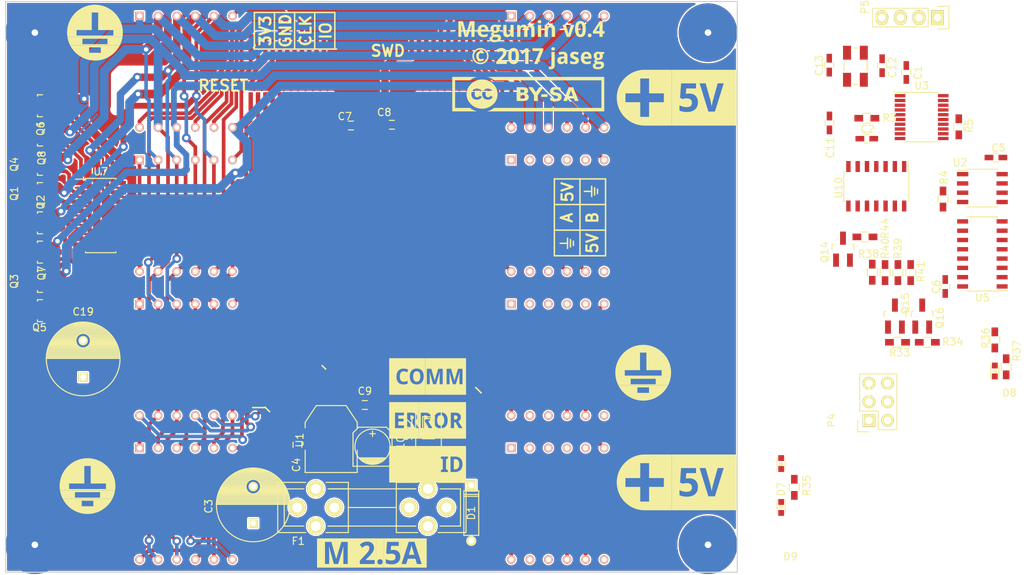
<source format=kicad_pcb>
(kicad_pcb (version 20190605) (host pcbnew "(5.99.0-52-gefbc802f4)")
  (layers (0 "F.Cu" signal) (31 "B.Cu" signal) (34 "B.Paste" user) (35 "F.Paste" user hide) (36 "B.SilkS" user) (37 "F.SilkS" user hide) (38 "B.Mask" user) (39 "F.Mask" user hide) (44 "Edge.Cuts" user))
  (net 0 "")
  (net 1 "GND")
  (net 2 "VDD")
  (net 3 "+3V3")
  (net 4 "/RST")
  (net 5 "/XT1")
  (net 6 "/XT2")
  (net 7 "/LED_ID")
  (net 8 "/LED_ERROR")
  (net 9 "/LED_COMM")
  (net 10 "Net-(D10-Pad6)")
  (net 11 "Net-(D10-Pad9)")
  (net 12 "Net-(D10-Pad8)")
  (net 13 "Net-(D10-Pad12)")
  (net 14 "Net-(D11-Pad6)")
  (net 15 "Net-(D11-Pad9)")
  (net 16 "Net-(D11-Pad8)")
  (net 17 "Net-(D11-Pad12)")
  (net 18 "Net-(D12-Pad6)")
  (net 19 "Net-(D12-Pad9)")
  (net 20 "Net-(D12-Pad8)")
  (net 21 "Net-(D12-Pad12)")
  (net 22 "Net-(D13-Pad6)")
  (net 23 "Net-(D13-Pad9)")
  (net 24 "Net-(D13-Pad8)")
  (net 25 "Net-(D13-Pad12)")
  (net 26 "/SEG_E_COM")
  (net 27 "/SEG_D_COM")
  (net 28 "/SEG_DP_COM")
  (net 29 "/SEG_C_COM")
  (net 30 "/SEG_G_COM")
  (net 31 "Net-(D14-Pad6)")
  (net 32 "Net-(D14-Pad9)")
  (net 33 "Net-(D14-Pad8)")
  (net 34 "Net-(D14-Pad12)")
  (net 35 "/SEG_A_COM")
  (net 36 "/SEG_B_COM")
  (net 37 "/SEG_F_COM")
  (net 38 "Net-(D15-Pad6)")
  (net 39 "Net-(D15-Pad9)")
  (net 40 "Net-(D15-Pad8)")
  (net 41 "Net-(D15-Pad12)")
  (net 42 "Net-(D16-Pad6)")
  (net 43 "Net-(D16-Pad9)")
  (net 44 "Net-(D16-Pad8)")
  (net 45 "Net-(D16-Pad12)")
  (net 46 "Net-(D17-Pad6)")
  (net 47 "Net-(D17-Pad9)")
  (net 48 "Net-(D17-Pad8)")
  (net 49 "Net-(D17-Pad12)")
  (net 50 "/RS485_A")
  (net 51 "/RS485_B")
  (net 52 "/SWDIO")
  (net 53 "/SWCLK")
  (net 54 "/~OE")
  (net 55 "/RS485_DE")
  (net 56 "/R_SET_CTRL0")
  (net 57 "/R_SET_CTRL1")
  (net 58 "Net-(R38-Pad2)")
  (net 59 "Net-(R40-Pad2)")
  (net 60 "/RS485_RX")
  (net 61 "/RS485_TX")
  (net 62 "/SCK")
  (net 63 "/MOSI_C0")
  (net 64 "/STROBE")
  (net 65 "/AUX_STROBE")
  (net 66 "Net-(U5-Pad4)")
  (net 67 "/VDD_PRE_FUSE")
  (net 68 "Net-(D7-Pad2)")
  (net 69 "Net-(D8-Pad2)")
  (net 70 "Net-(D9-Pad2)")
  (net 71 "Net-(U5-Pad5)")
  (net 72 "Net-(U5-Pad15)")
  (net 73 "Net-(Q14-Pad1)")
  (net 74 "Net-(Q15-Pad1)")
  (net 75 "Net-(Q16-Pad1)")
  (net 76 "/~OE_HV")
  (net 77 "/MOSI_C1_HV")
  (net 78 "/STROBE_HV")
  (net 79 "/MOSI_C0_HV")
  (net 80 "Net-(U3-Pad10)")
  (net 81 "Net-(U3-Pad14)")
  (net 82 "Net-(U3-Pad6)")
  (net 83 "/SCK_HV")
  (net 84 "/~OE_HV_CB")
  (net 85 "+5V")
  (net 86 "/MOSI_C2")
  (net 87 "Net-(U7-Pad9)")
  (net 88 "/R_SET_0")
  (net 89 "/R_SET_1")
  (net 90 "/SDO")
  (net 91 "/SEGC3")
  (net 92 "/SEGC4")
  (net 93 "/SEGC6")
  (net 94 "/SEGC2")
  (net 95 "/SEGC7")
  (net 96 "/SEGC0")
  (net 97 "/SEGC5")
  (net 98 "/SEGC1")
  (module "footprints:SSOP24-1.0-nosilk" (layer "F.Cu") (at 110 53.4)
    (fp_text reference "U8" hide)
    (fp_text value "MBI5026")
    (pad "1" smd rect (at -5.5 4) (size 0.6 2.5) (layers "F.Cu" "F.Paste" "F.Mask") (net 1 "GND"))
    (pad "2" smd rect (at -4.5 4) (size 0.6 2.5) (layers "F.Cu" "F.Paste" "F.Mask") (net 77 "/MOSI_C1_HV"))
    (pad "3" smd rect (at -3.5 4) (size 0.6 2.5) (layers "F.Cu" "F.Paste" "F.Mask") (net 83 "/SCK_HV"))
    (pad "4" smd rect (at -2.5 4) (size 0.6 2.5) (layers "F.Cu" "F.Paste" "F.Mask") (net 78 "/STROBE_HV"))
    (pad "5" smd rect (at -1.5 4) (size 0.6 2.5) (layers "F.Cu" "F.Paste" "F.Mask") (net 13 "Net-(D10-Pad12)"))
    (pad "6" smd rect (at -0.5 4) (size 0.6 2.5) (layers "F.Cu" "F.Paste" "F.Mask") (net 11 "Net-(D10-Pad9)"))
    (pad "7" smd rect (at 0.5 4) (size 0.6 2.5) (layers "F.Cu" "F.Paste" "F.Mask") (net 12 "Net-(D10-Pad8)"))
    (pad "8" smd rect (at 1.5 4) (size 0.6 2.5) (layers "F.Cu" "F.Paste" "F.Mask") (net 10 "Net-(D10-Pad6)"))
    (pad "9" smd rect (at 2.5 4) (size 0.6 2.5) (layers "F.Cu" "F.Paste" "F.Mask") (net 17 "Net-(D11-Pad12)"))
    (pad "10" smd rect (at 3.5 4) (size 0.6 2.5) (layers "F.Cu" "F.Paste" "F.Mask") (net 15 "Net-(D11-Pad9)"))
    (pad "11" smd rect (at 4.5 4) (size 0.6 2.5) (layers "F.Cu" "F.Paste" "F.Mask") (net 16 "Net-(D11-Pad8)"))
    (pad "12" smd rect (at 5.5 4) (size 0.6 2.5) (layers "F.Cu" "F.Paste" "F.Mask") (net 14 "Net-(D11-Pad6)"))
    (pad "13" smd rect (at 5.5 -4) (size 0.6 2.5) (layers "F.Cu" "F.Paste" "F.Mask") (net 18 "Net-(D12-Pad6)"))
    (pad "14" smd rect (at 4.5 -4) (size 0.6 2.5) (layers "F.Cu" "F.Paste" "F.Mask") (net 20 "Net-(D12-Pad8)"))
    (pad "15" smd rect (at 3.5 -4) (size 0.6 2.5) (layers "F.Cu" "F.Paste" "F.Mask") (net 19 "Net-(D12-Pad9)"))
    (pad "16" smd rect (at 2.5 -4) (size 0.6 2.5) (layers "F.Cu" "F.Paste" "F.Mask") (net 25 "Net-(D13-Pad12)"))
    (pad "17" smd rect (at 1.5 -4) (size 0.6 2.5) (layers "F.Cu" "F.Paste" "F.Mask") (net 21 "Net-(D12-Pad12)"))
    (pad "18" smd rect (at 0.5 -4) (size 0.6 2.5) (layers "F.Cu" "F.Paste" "F.Mask") (net 23 "Net-(D13-Pad9)"))
    (pad "19" smd rect (at -0.5 -4) (size 0.6 2.5) (layers "F.Cu" "F.Paste" "F.Mask") (net 24 "Net-(D13-Pad8)"))
    (pad "20" smd rect (at -1.5 -4) (size 0.6 2.5) (layers "F.Cu" "F.Paste" "F.Mask") (net 22 "Net-(D13-Pad6)"))
    (pad "21" smd rect (at -2.5 -4) (size 0.6 2.5) (layers "F.Cu" "F.Paste" "F.Mask") (net 84 "/~OE_HV_CB"))
    (pad "22" smd rect (at -3.5 -4) (size 0.6 2.5) (layers "F.Cu" "F.Paste" "F.Mask") (net 90 "/SDO"))
    (pad "23" smd rect (at -4.5 -4) (size 0.6 2.5) (layers "F.Cu" "F.Paste" "F.Mask") (net 58 "Net-(R38-Pad2)"))
    (pad "24" smd rect (at -5.5 -4) (size 0.6 2.5) (layers "F.Cu" "F.Paste" "F.Mask") (net 85 "+5V"))
  )
  (module "footprints:7seg_4digit_cc_modified" (layer "B.Cu") (at 118.11 45.72)
    (fp_text reference "D13" hide)
    (fp_text value "7seg_4digit_cc")
    (pad "1" thru_hole rect (at 0 0) (size 1.2 1.2) (drill 0.7) (layers *.Cu *.Mask "B.SilkS") (net 30 "/SEG_G_COM"))
    (pad "2" thru_hole circle (at 2.54 0) (size 1.2 1.2) (drill 0.7) (layers *.Cu *.Mask "B.SilkS") (net 29 "/SEG_C_COM"))
    (pad "3" thru_hole circle (at 5.08 0) (size 1.2 1.2) (drill 0.7) (layers *.Cu *.Mask "B.SilkS") (net 28 "/SEG_DP_COM"))
    (pad "4" thru_hole circle (at 7.62 0) (size 1.2 1.2) (drill 0.7) (layers *.Cu *.Mask "B.SilkS") (net 27 "/SEG_D_COM"))
    (pad "5" thru_hole circle (at 10.16 0) (size 1.2 1.2) (drill 0.7) (layers *.Cu *.Mask "B.SilkS") (net 26 "/SEG_E_COM"))
    (pad "6" thru_hole circle (at 12.7 0) (size 1.2 1.2) (drill 0.7) (layers *.Cu *.Mask "B.SilkS") (net 22 "Net-(D13-Pad6)"))
    (pad "9" thru_hole circle (at 7.62 15.24) (size 1.2 1.2) (drill 0.7) (layers *.Cu *.Mask "B.SilkS") (net 23 "Net-(D13-Pad9)"))
    (pad "8" thru_hole circle (at 10.16 15.24) (size 1.2 1.2) (drill 0.7) (layers *.Cu *.Mask "B.SilkS") (net 24 "Net-(D13-Pad8)"))
    (pad "12" thru_hole circle (at 0 15.24) (size 1.2 1.2) (drill 0.7) (layers *.Cu *.Mask "B.SilkS") (net 25 "Net-(D13-Pad12)"))
    (pad "11" thru_hole circle (at 2.54 15.24) (size 1.2 1.2) (drill 0.7) (layers *.Cu *.Mask "B.SilkS") (net 36 "/SEG_B_COM"))
    (pad "7" thru_hole circle (at 12.7 15.24) (size 1.2 1.2) (drill 0.7) (layers *.Cu *.Mask "B.SilkS") (net 35 "/SEG_A_COM"))
    (pad "10" thru_hole circle (at 5.08 15.24) (size 1.2 1.2) (drill 0.7) (layers *.Cu *.Mask "B.SilkS") (net 37 "/SEG_F_COM"))
  )
  (module "TO_SOT_Packages_SMD:SOT-23_Handsoldering" (layer "F.Cu") (at 163.45 77.6)
    (fp_text reference "Q14" (at -2.5 0.4 90) (layer "F.SilkS"))
    (fp_text value "Q_PNP_BEC")
    (pad "1" smd rect (at -0.95 1.50114) (size 0.8001 1.80086) (layers "F.Cu" "F.Paste" "F.Mask") (net 73 "Net-(Q14-Pad1)"))
    (pad "2" smd rect (at 0.95 1.50114) (size 0.8001 1.80086) (layers "F.Cu" "F.Paste" "F.Mask") (net 85 "+5V"))
    (pad "3" smd rect (at 0 -1.50114) (size 0.8001 1.80086) (layers "F.Cu" "F.Paste" "F.Mask") (net 84 "/~OE_HV_CB"))
  )
  (module "footprints:7seg_4digit_cc_modified" (layer "B.Cu") (at 118.11 65.405)
    (fp_text reference "D12" hide)
    (fp_text value "7seg_4digit_cc")
    (pad "1" thru_hole rect (at 0 0) (size 1.2 1.2) (drill 0.7) (layers *.Cu *.Mask "B.SilkS") (net 30 "/SEG_G_COM"))
    (pad "2" thru_hole circle (at 2.54 0) (size 1.2 1.2) (drill 0.7) (layers *.Cu *.Mask "B.SilkS") (net 29 "/SEG_C_COM"))
    (pad "3" thru_hole circle (at 5.08 0) (size 1.2 1.2) (drill 0.7) (layers *.Cu *.Mask "B.SilkS") (net 28 "/SEG_DP_COM"))
    (pad "4" thru_hole circle (at 7.62 0) (size 1.2 1.2) (drill 0.7) (layers *.Cu *.Mask "B.SilkS") (net 27 "/SEG_D_COM"))
    (pad "5" thru_hole circle (at 10.16 0) (size 1.2 1.2) (drill 0.7) (layers *.Cu *.Mask "B.SilkS") (net 26 "/SEG_E_COM"))
    (pad "6" thru_hole circle (at 12.7 0) (size 1.2 1.2) (drill 0.7) (layers *.Cu *.Mask "B.SilkS") (net 18 "Net-(D12-Pad6)"))
    (pad "9" thru_hole circle (at 7.62 15.24) (size 1.2 1.2) (drill 0.7) (layers *.Cu *.Mask "B.SilkS") (net 19 "Net-(D12-Pad9)"))
    (pad "8" thru_hole circle (at 10.16 15.24) (size 1.2 1.2) (drill 0.7) (layers *.Cu *.Mask "B.SilkS") (net 20 "Net-(D12-Pad8)"))
    (pad "12" thru_hole circle (at 0 15.24) (size 1.2 1.2) (drill 0.7) (layers *.Cu *.Mask "B.SilkS") (net 21 "Net-(D12-Pad12)"))
    (pad "11" thru_hole circle (at 2.54 15.24) (size 1.2 1.2) (drill 0.7) (layers *.Cu *.Mask "B.SilkS") (net 36 "/SEG_B_COM"))
    (pad "7" thru_hole circle (at 12.7 15.24) (size 1.2 1.2) (drill 0.7) (layers *.Cu *.Mask "B.SilkS") (net 35 "/SEG_A_COM"))
    (pad "10" thru_hole circle (at 5.08 15.24) (size 1.2 1.2) (drill 0.7) (layers *.Cu *.Mask "B.SilkS") (net 37 "/SEG_F_COM"))
  )
  (module "footprints:label_fuse_04" (layer "F.Cu") (at 99.06 119.126)
    (fp_text reference "svg2mod" hide)
    (fp_text value "G***" hide)
  )
  (module "footprints:m3_pillar" (layer "F.Cu") (at 159.261 115.275)
    (fp_text reference "P1" hide)
    (fp_text value "VIN")
    (pad "1" thru_hole circle (at -14.261 -67.275) (size 8 8) (drill 0.9) (layers *.Cu *.Mask) (net 67 "/VDD_PRE_FUSE"))
  )
  (module "footprints:m3_pillar" (layer "F.Cu") (at 52.5 117.4)
    (fp_text reference "P3" hide)
    (fp_text value "GND")
    (pad "1" thru_hole circle (at 0.5 0.6) (size 8 8) (drill 0.9) (layers *.Cu *.Mask) (net 1 "GND"))
  )
  (module "Resistors_SMD:R_0603_HandSoldering" (layer "F.Cu") (at 170.95 80.8 90)
    (fp_text reference "R39" (at 3.3 0 90) (layer "F.SilkS"))
    (fp_text value "R")
    (pad "1" smd rect (at -1.1 0 90) (size 1.2 0.9) (layers "F.Cu" "F.Paste" "F.Mask") (net 89 "/R_SET_1"))
    (pad "2" smd rect (at 1.1 0 90) (size 1.2 0.9) (layers "F.Cu" "F.Paste" "F.Mask") (net 58 "Net-(R38-Pad2)"))
  )
  (module "TO_SOT_Packages_SMD:SOT-223" (layer "F.Cu") (at 93.5 103.55)
    (fp_text reference "U1" (at -4.3 0.15 90) (layer "F.SilkS"))
    (fp_text value "LD1117S33CTR")
    (pad "4" smd rect (at 0 -3.302) (size 3.6576 2.032) (layers "F.Cu" "F.Paste" "F.Mask") (net 3 "+3V3"))
    (pad "2" smd rect (at 0 3.302) (size 1.016 2.032) (layers "F.Cu" "F.Paste" "F.Mask") (net 3 "+3V3"))
    (pad "3" smd rect (at 2.286 3.302) (size 1.016 2.032) (layers "F.Cu" "F.Paste" "F.Mask") (net 85 "+5V"))
    (pad "1" smd rect (at -2.286 3.302) (size 1.016 2.032) (layers "F.Cu" "F.Paste" "F.Mask") (net 1 "GND"))
  )
  (module "Housings_SSOP:TSSOP-20_4.4x6.5mm_Pitch0.65mm" (layer "F.Cu") (at 174.2 59.55)
    (fp_text reference "U3" (at 0 -4.3) (layer "F.SilkS"))
    (fp_text value "STM32F030F4Px")
    (pad "1" smd rect (at -2.95 -2.925) (size 1.45 0.45) (layers "F.Cu" "F.Paste" "F.Mask") (net 1 "GND"))
    (pad "2" smd rect (at -2.95 -2.275) (size 1.45 0.45) (layers "F.Cu" "F.Paste" "F.Mask") (net 5 "/XT1"))
    (pad "3" smd rect (at -2.95 -1.625) (size 1.45 0.45) (layers "F.Cu" "F.Paste" "F.Mask") (net 6 "/XT2"))
    (pad "4" smd rect (at -2.95 -0.975) (size 1.45 0.45) (layers "F.Cu" "F.Paste" "F.Mask") (net 4 "/RST"))
    (pad "5" smd rect (at -2.95 -0.325) (size 1.45 0.45) (layers "F.Cu" "F.Paste" "F.Mask") (net 3 "+3V3"))
    (pad "6" smd rect (at -2.95 0.325) (size 1.45 0.45) (layers "F.Cu" "F.Paste" "F.Mask") (net 82 "Net-(U3-Pad6)"))
    (pad "7" smd rect (at -2.95 0.975) (size 1.45 0.45) (layers "F.Cu" "F.Paste" "F.Mask") (net 55 "/RS485_DE"))
    (pad "8" smd rect (at -2.95 1.625) (size 1.45 0.45) (layers "F.Cu" "F.Paste" "F.Mask") (net 61 "/RS485_TX"))
    (pad "9" smd rect (at -2.95 2.275) (size 1.45 0.45) (layers "F.Cu" "F.Paste" "F.Mask") (net 60 "/RS485_RX"))
    (pad "10" smd rect (at -2.95 2.925) (size 1.45 0.45) (layers "F.Cu" "F.Paste" "F.Mask") (net 80 "Net-(U3-Pad10)"))
    (pad "11" smd rect (at 2.95 2.925) (size 1.45 0.45) (layers "F.Cu" "F.Paste" "F.Mask") (net 62 "/SCK"))
    (pad "12" smd rect (at 2.95 2.275) (size 1.45 0.45) (layers "F.Cu" "F.Paste" "F.Mask") (net 54 "/~OE"))
    (pad "13" smd rect (at 2.95 1.625) (size 1.45 0.45) (layers "F.Cu" "F.Paste" "F.Mask") (net 63 "/MOSI_C0"))
    (pad "14" smd rect (at 2.95 0.975) (size 1.45 0.45) (layers "F.Cu" "F.Paste" "F.Mask") (net 81 "Net-(U3-Pad14)"))
    (pad "15" smd rect (at 2.95 0.325) (size 1.45 0.45) (layers "F.Cu" "F.Paste" "F.Mask") (net 1 "GND"))
    (pad "16" smd rect (at 2.95 -0.325) (size 1.45 0.45) (layers "F.Cu" "F.Paste" "F.Mask") (net 3 "+3V3"))
    (pad "17" smd rect (at 2.95 -0.975) (size 1.45 0.45) (layers "F.Cu" "F.Paste" "F.Mask") (net 64 "/STROBE"))
    (pad "18" smd rect (at 2.95 -1.625) (size 1.45 0.45) (layers "F.Cu" "F.Paste" "F.Mask") (net 65 "/AUX_STROBE"))
    (pad "19" smd rect (at 2.95 -2.275) (size 1.45 0.45) (layers "F.Cu" "F.Paste" "F.Mask") (net 52 "/SWDIO"))
    (pad "20" smd rect (at 2.95 -2.925) (size 1.45 0.45) (layers "F.Cu" "F.Paste" "F.Mask") (net 53 "/SWCLK"))
  )
  (module "Housings_SOIC:SOIC-8_3.9x4.9mm_Pitch1.27mm" (layer "F.Cu") (at 182.5 69.25)
    (fp_text reference "U2" (at -3.05 -3.5) (layer "F.SilkS"))
    (fp_text value "SP3485CN")
    (pad "1" smd rect (at -2.7 -1.905) (size 1.55 0.6) (layers "F.Cu" "F.Paste" "F.Mask") (net 60 "/RS485_RX"))
    (pad "2" smd rect (at -2.7 -0.635) (size 1.55 0.6) (layers "F.Cu" "F.Paste" "F.Mask") (net 55 "/RS485_DE"))
    (pad "3" smd rect (at -2.7 0.635) (size 1.55 0.6) (layers "F.Cu" "F.Paste" "F.Mask") (net 55 "/RS485_DE"))
    (pad "4" smd rect (at -2.7 1.905) (size 1.55 0.6) (layers "F.Cu" "F.Paste" "F.Mask") (net 61 "/RS485_TX"))
    (pad "5" smd rect (at 2.7 1.905) (size 1.55 0.6) (layers "F.Cu" "F.Paste" "F.Mask") (net 1 "GND"))
    (pad "6" smd rect (at 2.7 0.635) (size 1.55 0.6) (layers "F.Cu" "F.Paste" "F.Mask") (net 50 "/RS485_A"))
    (pad "7" smd rect (at 2.7 -0.635) (size 1.55 0.6) (layers "F.Cu" "F.Paste" "F.Mask") (net 51 "/RS485_B"))
    (pad "8" smd rect (at 2.7 -1.905) (size 1.55 0.6) (layers "F.Cu" "F.Paste" "F.Mask") (net 3 "+3V3"))
  )
  (module "Capacitors_SMD:C_0603_HandSoldering" (layer "F.Cu") (at 166.704 62.496)
    (fp_text reference "C2" (at 0.1016 -1.3208) (layer "F.SilkS"))
    (fp_text value "100n")
    (pad "1" smd rect (at -0.95 0) (size 1.2 0.75) (layers "F.Cu" "F.Paste" "F.Mask") (net 1 "GND"))
    (pad "2" smd rect (at 0.95 0) (size 1.2 0.75) (layers "F.Cu" "F.Paste" "F.Mask") (net 85 "+5V"))
  )
  (module "Capacitors_SMD:c_elec_5x5.8" (layer "F.Cu") (at 99.15 104.6 90)
    (fp_text reference "C10" (at 0.05 3.85 90) (layer "F.SilkS"))
    (fp_text value "47u")
    (pad "1" smd rect (at 2.19964 0 90) (size 2.99974 1.6002) (layers "F.Cu" "F.Paste" "F.Mask") (net 3 "+3V3"))
    (pad "2" smd rect (at -2.19964 0 90) (size 2.99974 1.6002) (layers "F.Cu" "F.Paste" "F.Mask") (net 1 "GND"))
  )
  (module "Resistors_SMD:R_0603_HandSoldering" (layer "F.Cu") (at 156.8 110.15 270)
    (fp_text reference "R35" (at -0.25 -1.7 90) (layer "F.SilkS"))
    (fp_text value "100")
    (pad "1" smd rect (at -1.1 0 270) (size 1.2 0.9) (layers "F.Cu" "F.Paste" "F.Mask") (net 7 "/LED_ID"))
    (pad "2" smd rect (at 1.1 0 270) (size 1.2 0.9) (layers "F.Cu" "F.Paste" "F.Mask") (net 68 "Net-(D7-Pad2)"))
  )
  (module "Capacitors_SMD:C_0603_HandSoldering" (layer "F.Cu") (at 88.885 104.336 90)
    (fp_text reference "C4" (at -2.75 -0.15 90) (layer "F.SilkS"))
    (fp_text value "100n")
    (pad "1" smd rect (at -0.95 0 90) (size 1.2 0.75) (layers "F.Cu" "F.Paste" "F.Mask") (net 1 "GND"))
    (pad "2" smd rect (at 0.95 0 90) (size 1.2 0.75) (layers "F.Cu" "F.Paste" "F.Mask") (net 85 "+5V"))
  )
  (module "Capacitors_SMD:C_0603_HandSoldering" (layer "F.Cu") (at 184.35 65.075)
    (fp_text reference "C5" (at 0.35 -1.325) (layer "F.SilkS"))
    (fp_text value "100n")
    (pad "1" smd rect (at -0.95 0) (size 1.2 0.75) (layers "F.Cu" "F.Paste" "F.Mask") (net 1 "GND"))
    (pad "2" smd rect (at 0.95 0) (size 1.2 0.75) (layers "F.Cu" "F.Paste" "F.Mask") (net 3 "+3V3"))
  )
  (module "Capacitors_SMD:C_0603_HandSoldering" (layer "F.Cu") (at 177.425 82.7 90)
    (fp_text reference "C6" (at -0.05 -1.225 90) (layer "F.SilkS"))
    (fp_text value "100n")
    (pad "1" smd rect (at -0.95 0 90) (size 1.2 0.75) (layers "F.Cu" "F.Paste" "F.Mask") (net 1 "GND"))
    (pad "2" smd rect (at 0.95 0 90) (size 1.2 0.75) (layers "F.Cu" "F.Paste" "F.Mask") (net 3 "+3V3"))
  )
  (module "Capacitors_SMD:C_0603_HandSoldering" (layer "F.Cu") (at 96.2 60.7 180)
    (fp_text reference "C7" (at 0.8382 1.2446 180) (layer "F.SilkS"))
    (fp_text value "100n")
    (pad "1" smd rect (at -0.95 0 180) (size 1.2 0.75) (layers "F.Cu" "F.Paste" "F.Mask") (net 1 "GND"))
    (pad "2" smd rect (at 0.95 0 180) (size 1.2 0.75) (layers "F.Cu" "F.Paste" "F.Mask") (net 85 "+5V"))
  )
  (module "Capacitors_SMD:C_0603_HandSoldering" (layer "F.Cu") (at 101.8 60.6 180)
    (fp_text reference "C8" (at 1.05 1.7 180) (layer "F.SilkS"))
    (fp_text value "100n")
    (pad "1" smd rect (at -0.95 0 180) (size 1.2 0.75) (layers "F.Cu" "F.Paste" "F.Mask") (net 1 "GND"))
    (pad "2" smd rect (at 0.95 0 180) (size 1.2 0.75) (layers "F.Cu" "F.Paste" "F.Mask") (net 85 "+5V"))
  )
  (module "Capacitors_SMD:C_0603_HandSoldering" (layer "F.Cu") (at 98.1 98.9)
    (fp_text reference "C9" (at 0 -1.9) (layer "F.SilkS"))
    (fp_text value "100n")
    (pad "1" smd rect (at -0.95 0) (size 1.2 0.75) (layers "F.Cu" "F.Paste" "F.Mask") (net 1 "GND"))
    (pad "2" smd rect (at 0.95 0) (size 1.2 0.75) (layers "F.Cu" "F.Paste" "F.Mask") (net 3 "+3V3"))
  )
  (module "Capacitors_SMD:C_0603_HandSoldering" (layer "F.Cu") (at 161.6 60.35 270)
    (fp_text reference "C11" (at 3.3782 -0.127 270) (layer "F.SilkS"))
    (fp_text value "10n")
    (pad "1" smd rect (at -0.95 0 270) (size 1.2 0.75) (layers "F.Cu" "F.Paste" "F.Mask") (net 4 "/RST"))
    (pad "2" smd rect (at 0.95 0 270) (size 1.2 0.75) (layers "F.Cu" "F.Paste" "F.Mask") (net 1 "GND"))
  )
  (module "Capacitors_SMD:C_0603_HandSoldering" (layer "F.Cu") (at 168.8 52.525 270)
    (fp_text reference "C12" (at 0.225 -1.4 270) (layer "F.SilkS"))
    (fp_text value "22p")
    (pad "1" smd rect (at -0.95 0 270) (size 1.2 0.75) (layers "F.Cu" "F.Paste" "F.Mask") (net 1 "GND"))
    (pad "2" smd rect (at 0.95 0 270) (size 1.2 0.75) (layers "F.Cu" "F.Paste" "F.Mask") (net 5 "/XT1"))
  )
  (module "Capacitors_SMD:C_0603_HandSoldering" (layer "F.Cu") (at 161.575 52.45 90)
    (fp_text reference "C13" (at -0.05 -1.375 90) (layer "F.SilkS"))
    (fp_text value "22p")
    (pad "1" smd rect (at -0.95 0 90) (size 1.2 0.75) (layers "F.Cu" "F.Paste" "F.Mask") (net 1 "GND"))
    (pad "2" smd rect (at 0.95 0 90) (size 1.2 0.75) (layers "F.Cu" "F.Paste" "F.Mask") (net 6 "/XT2"))
  )
  (module "LEDs:LED_0603" (layer "F.Cu") (at 155 112.9 270)
    (fp_text reference "D7" (at -2.5 0 90) (layer "F.SilkS"))
    (fp_text value "ID")
    (pad "2" smd rect (at 0.7493 0 90) (size 0.79756 0.79756) (layers "F.Cu" "F.Paste" "F.Mask") (net 68 "Net-(D7-Pad2)"))
    (pad "1" smd rect (at -0.7493 0 90) (size 0.79756 0.79756) (layers "F.Cu" "F.Paste" "F.Mask") (net 1 "GND"))
  )
  (module "LEDs:LED_0603" (layer "F.Cu") (at 184.2 94.25 90)
    (fp_text reference "D8" (at -3 2) (layer "F.SilkS"))
    (fp_text value "ERROR")
    (pad "2" smd rect (at 0.7493 0 270) (size 0.79756 0.79756) (layers "F.Cu" "F.Paste" "F.Mask") (net 69 "Net-(D8-Pad2)"))
    (pad "1" smd rect (at -0.7493 0 270) (size 0.79756 0.79756) (layers "F.Cu" "F.Paste" "F.Mask") (net 1 "GND"))
  )
  (module "LEDs:LED_0603" (layer "F.Cu") (at 155 106.9 90)
    (fp_text reference "D9" (at -12.7 1.27 180) (layer "F.SilkS"))
    (fp_text value "COMM")
    (pad "2" smd rect (at 0.7493 0 270) (size 0.79756 0.79756) (layers "F.Cu" "F.Paste" "F.Mask") (net 70 "Net-(D9-Pad2)"))
    (pad "1" smd rect (at -0.7493 0 270) (size 0.79756 0.79756) (layers "F.Cu" "F.Paste" "F.Mask") (net 1 "GND"))
  )
  (module "Fuse_Holders_and_Fuses:Fuseholder5x20_horiz_open_universal_Type-III" (layer "F.Cu") (at 99.06 112.903 180)
    (fp_text reference "F1" (at 10.06 -4.597 180) (layer "F.SilkS"))
    (fp_text value "2.5A MT")
    (pad "2" thru_hole circle (at 5.12064 0 180) (size 2.3495 2.3495) (drill 1.34874) (layers *.Cu *.Mask "F.SilkS") (net 2 "VDD"))
    (pad "2" thru_hole circle (at 10.20064 0 180) (size 2.3495 2.3495) (drill 1.34874) (layers *.Cu *.Mask "F.SilkS") (net 2 "VDD"))
    (pad "1" thru_hole circle (at -5.1181 0 180) (size 2.3495 2.3495) (drill 1.34874) (layers *.Cu *.Mask "F.SilkS") (net 67 "/VDD_PRE_FUSE"))
    (pad "1" thru_hole circle (at -10.1981 0 180) (size 2.3495 2.3495) (drill 1.34874) (layers *.Cu *.Mask "F.SilkS") (net 67 "/VDD_PRE_FUSE"))
    (pad "2" thru_hole circle (at 7.66064 -2.54 180) (size 2.3495 2.3495) (drill 1.34874) (layers *.Cu *.Mask "F.SilkS") (net 2 "VDD"))
    (pad "2" thru_hole circle (at 7.66064 2.54 180) (size 2.3495 2.3495) (drill 1.34874) (layers *.Cu *.Mask "F.SilkS") (net 2 "VDD"))
    (pad "1" thru_hole circle (at -7.6581 -2.54 180) (size 2.3495 2.3495) (drill 1.34874) (layers *.Cu *.Mask "F.SilkS") (net 67 "/VDD_PRE_FUSE"))
    (pad "1" thru_hole circle (at -7.6581 2.54 180) (size 2.3495 2.3495) (drill 1.34874) (layers *.Cu *.Mask "F.SilkS") (net 67 "/VDD_PRE_FUSE"))
  )
  (module "Socket_Strips:Socket_Strip_Straight_1x04" (layer "F.Cu") (at 176.375 45.95 180)
    (fp_text reference "P5" (at 9.925 1.45 270) (layer "F.SilkS"))
    (fp_text value "SWD")
    (pad "1" thru_hole rect (at 0 0 180) (size 1.7272 2.032) (drill 1.016) (layers *.Cu *.Mask "F.SilkS") (net 52 "/SWDIO"))
    (pad "2" thru_hole oval (at 2.54 0 180) (size 1.7272 2.032) (drill 1.016) (layers *.Cu *.Mask "F.SilkS") (net 53 "/SWCLK"))
    (pad "3" thru_hole oval (at 5.08 0 180) (size 1.7272 2.032) (drill 1.016) (layers *.Cu *.Mask "F.SilkS") (net 1 "GND"))
    (pad "4" thru_hole oval (at 7.62 0 180) (size 1.7272 2.032) (drill 1.016) (layers *.Cu *.Mask "F.SilkS") (net 3 "+3V3"))
  )
  (module "TO_SOT_Packages_SMD:SOT-23_Handsoldering" (layer "F.Cu") (at 54 70 90)
    (fp_text reference "Q1" (at 0 -3.81 90) (layer "F.SilkS"))
    (fp_text value "AO3415A")
    (pad "1" smd rect (at -0.95 1.50114 90) (size 0.8001 1.80086) (layers "F.Cu" "F.Paste" "F.Mask") (net 91 "/SEGC3"))
    (pad "2" smd rect (at 0.95 1.50114 90) (size 0.8001 1.80086) (layers "F.Cu" "F.Paste" "F.Mask") (net 29 "/SEG_C_COM"))
    (pad "3" smd rect (at 0 -1.50114 90) (size 0.8001 1.80086) (layers "F.Cu" "F.Paste" "F.Mask") (net 2 "VDD"))
  )
  (module "TO_SOT_Packages_SMD:SOT-23_Handsoldering" (layer "F.Cu") (at 54 74 90)
    (fp_text reference "Q2" (at 2.84 -0.191 90) (layer "F.SilkS"))
    (fp_text value "AO3415A")
    (pad "1" smd rect (at -0.95 1.50114 90) (size 0.8001 1.80086) (layers "F.Cu" "F.Paste" "F.Mask") (net 92 "/SEGC4"))
    (pad "2" smd rect (at 0.95 1.50114 90) (size 0.8001 1.80086) (layers "F.Cu" "F.Paste" "F.Mask") (net 30 "/SEG_G_COM"))
    (pad "3" smd rect (at 0 -1.50114 90) (size 0.8001 1.80086) (layers "F.Cu" "F.Paste" "F.Mask") (net 2 "VDD"))
  )
  (module "TO_SOT_Packages_SMD:SOT-23_Handsoldering" (layer "F.Cu") (at 54 82 90)
    (fp_text reference "Q3" (at 0 -3.81 90) (layer "F.SilkS"))
    (fp_text value "AO3415A")
    (pad "1" smd rect (at -0.95 1.50114 90) (size 0.8001 1.80086) (layers "F.Cu" "F.Paste" "F.Mask") (net 93 "/SEGC6"))
    (pad "2" smd rect (at 0.95 1.50114 90) (size 0.8001 1.80086) (layers "F.Cu" "F.Paste" "F.Mask") (net 36 "/SEG_B_COM"))
    (pad "3" smd rect (at 0 -1.50114 90) (size 0.8001 1.80086) (layers "F.Cu" "F.Paste" "F.Mask") (net 2 "VDD"))
  )
  (module "TO_SOT_Packages_SMD:SOT-23_Handsoldering" (layer "F.Cu") (at 54 66 90)
    (fp_text reference "Q4" (at 0 -3.81 90) (layer "F.SilkS"))
    (fp_text value "AO3415A")
    (pad "1" smd rect (at -0.95 1.50114 90) (size 0.8001 1.80086) (layers "F.Cu" "F.Paste" "F.Mask") (net 94 "/SEGC2"))
    (pad "2" smd rect (at 0.95 1.50114 90) (size 0.8001 1.80086) (layers "F.Cu" "F.Paste" "F.Mask") (net 27 "/SEG_D_COM"))
    (pad "3" smd rect (at 0 -1.50114 90) (size 0.8001 1.80086) (layers "F.Cu" "F.Paste" "F.Mask") (net 2 "VDD"))
  )
  (module "TO_SOT_Packages_SMD:SOT-23_Handsoldering" (layer "F.Cu") (at 54 86 90)
    (fp_text reference "Q5" (at -2.3 -0.372) (layer "F.SilkS"))
    (fp_text value "AO3415A")
    (pad "1" smd rect (at -0.95 1.50114 90) (size 0.8001 1.80086) (layers "F.Cu" "F.Paste" "F.Mask") (net 95 "/SEGC7"))
    (pad "2" smd rect (at 0.95 1.50114 90) (size 0.8001 1.80086) (layers "F.Cu" "F.Paste" "F.Mask") (net 28 "/SEG_DP_COM"))
    (pad "3" smd rect (at 0 -1.50114 90) (size 0.8001 1.80086) (layers "F.Cu" "F.Paste" "F.Mask") (net 2 "VDD"))
  )
  (module "TO_SOT_Packages_SMD:SOT-23_Handsoldering" (layer "F.Cu") (at 54 58 90)
    (fp_text reference "Q6" (at -3.111 -0.208 270) (layer "F.SilkS"))
    (fp_text value "AO3415A")
    (pad "1" smd rect (at -0.95 1.50114 90) (size 0.8001 1.80086) (layers "F.Cu" "F.Paste" "F.Mask") (net 96 "/SEGC0"))
    (pad "2" smd rect (at 0.95 1.50114 90) (size 0.8001 1.80086) (layers "F.Cu" "F.Paste" "F.Mask") (net 26 "/SEG_E_COM"))
    (pad "3" smd rect (at 0 -1.50114 90) (size 0.8001 1.80086) (layers "F.Cu" "F.Paste" "F.Mask") (net 2 "VDD"))
  )
  (module "TO_SOT_Packages_SMD:SOT-23_Handsoldering" (layer "F.Cu") (at 54 78 90)
    (fp_text reference "Q7" (at -2.875 -0.064 90) (layer "F.SilkS"))
    (fp_text value "AO3415A")
    (pad "1" smd rect (at -0.95 1.50114 90) (size 0.8001 1.80086) (layers "F.Cu" "F.Paste" "F.Mask") (net 97 "/SEGC5"))
    (pad "2" smd rect (at 0.95 1.50114 90) (size 0.8001 1.80086) (layers "F.Cu" "F.Paste" "F.Mask") (net 37 "/SEG_F_COM"))
    (pad "3" smd rect (at 0 -1.50114 90) (size 0.8001 1.80086) (layers "F.Cu" "F.Paste" "F.Mask") (net 2 "VDD"))
  )
  (module "TO_SOT_Packages_SMD:SOT-23_Handsoldering" (layer "F.Cu") (at 54 62 90)
    (fp_text reference "Q8" (at -3.129 -0.064 90) (layer "F.SilkS"))
    (fp_text value "AO3415A")
    (pad "1" smd rect (at -0.95 1.50114 90) (size 0.8001 1.80086) (layers "F.Cu" "F.Paste" "F.Mask") (net 98 "/SEGC1"))
    (pad "2" smd rect (at 0.95 1.50114 90) (size 0.8001 1.80086) (layers "F.Cu" "F.Paste" "F.Mask") (net 35 "/SEG_A_COM"))
    (pad "3" smd rect (at 0 -1.50114 90) (size 0.8001 1.80086) (layers "F.Cu" "F.Paste" "F.Mask") (net 2 "VDD"))
  )
  (module "Resistors_SMD:R_0603_HandSoldering" (layer "F.Cu") (at 166.704 59.702 180)
    (fp_text reference "R3" (at -3.1242 0.0508 180) (layer "F.SilkS"))
    (fp_text value "47k")
    (pad "1" smd rect (at -1.1 0 180) (size 1.2 0.9) (layers "F.Cu" "F.Paste" "F.Mask") (net 3 "+3V3"))
    (pad "2" smd rect (at 1.1 0 180) (size 1.2 0.9) (layers "F.Cu" "F.Paste" "F.Mask") (net 4 "/RST"))
  )
  (module "Resistors_SMD:R_0603_HandSoldering" (layer "F.Cu") (at 177.118 70.751 270)
    (fp_text reference "R4" (at -2.95 -0.125 270) (layer "F.SilkS"))
    (fp_text value "100k")
    (pad "1" smd rect (at -1.1 0 270) (size 1.2 0.9) (layers "F.Cu" "F.Paste" "F.Mask") (net 55 "/RS485_DE"))
    (pad "2" smd rect (at 1.1 0 270) (size 1.2 0.9) (layers "F.Cu" "F.Paste" "F.Mask") (net 1 "GND"))
  )
  (module "Resistors_SMD:R_0603_HandSoldering" (layer "F.Cu") (at 179.275 60.875 90)
    (fp_text reference "R5" (at 0.125 1.425 90) (layer "F.SilkS"))
    (fp_text value "10k")
    (pad "1" smd rect (at -1.1 0 90) (size 1.2 0.9) (layers "F.Cu" "F.Paste" "F.Mask") (net 54 "/~OE"))
    (pad "2" smd rect (at 1.1 0 90) (size 1.2 0.9) (layers "F.Cu" "F.Paste" "F.Mask") (net 3 "+3V3"))
  )
  (module "Resistors_SMD:R_0603_HandSoldering" (layer "F.Cu") (at 184.2 90 270)
    (fp_text reference "R36" (at -0.25 1.25 90) (layer "F.SilkS"))
    (fp_text value "140")
    (pad "1" smd rect (at -1.1 0 270) (size 1.2 0.9) (layers "F.Cu" "F.Paste" "F.Mask") (net 8 "/LED_ERROR"))
    (pad "2" smd rect (at 1.1 0 270) (size 1.2 0.9) (layers "F.Cu" "F.Paste" "F.Mask") (net 69 "Net-(D8-Pad2)"))
  )
  (module "Resistors_SMD:R_0603_HandSoldering" (layer "F.Cu") (at 185.75 93.675 270)
    (fp_text reference "R37" (at -2.175 -1.45 270) (layer "F.SilkS"))
    (fp_text value "100")
    (pad "1" smd rect (at -1.1 0 270) (size 1.2 0.9) (layers "F.Cu" "F.Paste" "F.Mask") (net 9 "/LED_COMM"))
    (pad "2" smd rect (at 1.1 0 270) (size 1.2 0.9) (layers "F.Cu" "F.Paste" "F.Mask") (net 70 "Net-(D9-Pad2)"))
  )
  (module "Resistors_SMD:R_0603_HandSoldering" (layer "F.Cu") (at 167.45 80.75 90)
    (fp_text reference "R38" (at 2.5 -0.5 180) (layer "F.SilkS"))
    (fp_text value "R")
    (pad "1" smd rect (at -1.1 0 90) (size 1.2 0.9) (layers "F.Cu" "F.Paste" "F.Mask") (net 88 "/R_SET_0"))
    (pad "2" smd rect (at 1.1 0 90) (size 1.2 0.9) (layers "F.Cu" "F.Paste" "F.Mask") (net 58 "Net-(R38-Pad2)"))
  )
  (module "Resistors_SMD:R_0603_HandSoldering" (layer "F.Cu") (at 169.2 80.8 90)
    (fp_text reference "R40" (at 3.3 0 90) (layer "F.SilkS"))
    (fp_text value "R")
    (pad "1" smd rect (at -1.1 0 90) (size 1.2 0.9) (layers "F.Cu" "F.Paste" "F.Mask") (net 88 "/R_SET_0"))
    (pad "2" smd rect (at 1.1 0 90) (size 1.2 0.9) (layers "F.Cu" "F.Paste" "F.Mask") (net 59 "Net-(R40-Pad2)"))
  )
  (module "Resistors_SMD:R_0603_HandSoldering" (layer "F.Cu") (at 172.7 80.8 90)
    (fp_text reference "R41" (at 0.127 1.397 90) (layer "F.SilkS"))
    (fp_text value "R")
    (pad "1" smd rect (at -1.1 0 90) (size 1.2 0.9) (layers "F.Cu" "F.Paste" "F.Mask") (net 89 "/R_SET_1"))
    (pad "2" smd rect (at 1.1 0 90) (size 1.2 0.9) (layers "F.Cu" "F.Paste" "F.Mask") (net 59 "Net-(R40-Pad2)"))
  )
  (module "Housings_SOIC:SOIC-16_3.9x9.9mm_Pitch1.27mm" (layer "F.Cu") (at 182.5 78.25 180)
    (fp_text reference "U5" (at 0 -6 180) (layer "F.SilkS"))
    (fp_text value "74HC595_mine")
    (pad "1" smd rect (at -2.7 -4.445 180) (size 1.5 0.6) (layers "F.Cu" "F.Paste" "F.Mask") (net 8 "/LED_ERROR"))
    (pad "2" smd rect (at -2.7 -3.175 180) (size 1.5 0.6) (layers "F.Cu" "F.Paste" "F.Mask") (net 9 "/LED_COMM"))
    (pad "3" smd rect (at -2.7 -1.905 180) (size 1.5 0.6) (layers "F.Cu" "F.Paste" "F.Mask") (net 7 "/LED_ID"))
    (pad "4" smd rect (at -2.7 -0.635 180) (size 1.5 0.6) (layers "F.Cu" "F.Paste" "F.Mask") (net 66 "Net-(U5-Pad4)"))
    (pad "5" smd rect (at -2.7 0.635 180) (size 1.5 0.6) (layers "F.Cu" "F.Paste" "F.Mask") (net 71 "Net-(U5-Pad5)"))
    (pad "6" smd rect (at -2.7 1.905 180) (size 1.5 0.6) (layers "F.Cu" "F.Paste" "F.Mask") (net 56 "/R_SET_CTRL0"))
    (pad "7" smd rect (at -2.7 3.175 180) (size 1.5 0.6) (layers "F.Cu" "F.Paste" "F.Mask") (net 57 "/R_SET_CTRL1"))
    (pad "8" smd rect (at -2.7 4.445 180) (size 1.5 0.6) (layers "F.Cu" "F.Paste" "F.Mask") (net 1 "GND"))
    (pad "9" smd rect (at 2.7 4.445 180) (size 1.5 0.6) (layers "F.Cu" "F.Paste" "F.Mask") (net 86 "/MOSI_C2"))
    (pad "10" smd rect (at 2.7 3.175 180) (size 1.5 0.6) (layers "F.Cu" "F.Paste" "F.Mask") (net 3 "+3V3"))
    (pad "11" smd rect (at 2.7 1.905 180) (size 1.5 0.6) (layers "F.Cu" "F.Paste" "F.Mask") (net 62 "/SCK"))
    (pad "12" smd rect (at 2.7 0.635 180) (size 1.5 0.6) (layers "F.Cu" "F.Paste" "F.Mask") (net 65 "/AUX_STROBE"))
    (pad "13" smd rect (at 2.7 -0.635 180) (size 1.5 0.6) (layers "F.Cu" "F.Paste" "F.Mask") (net 1 "GND"))
    (pad "14" smd rect (at 2.7 -1.905 180) (size 1.5 0.6) (layers "F.Cu" "F.Paste" "F.Mask") (net 63 "/MOSI_C0"))
    (pad "15" smd rect (at 2.7 -3.175 180) (size 1.5 0.6) (layers "F.Cu" "F.Paste" "F.Mask") (net 72 "Net-(U5-Pad15)"))
    (pad "16" smd rect (at 2.7 -4.445 180) (size 1.5 0.6) (layers "F.Cu" "F.Paste" "F.Mask") (net 3 "+3V3"))
  )
  (module "Housings_SOIC:SOIC-16_3.9x9.9mm_Pitch1.27mm" (layer "F.Cu") (at 62 73)
    (fp_text reference "U7" (at 0 -6) (layer "F.SilkS"))
    (fp_text value "74HC595_mine")
    (pad "1" smd rect (at -2.7 -4.445) (size 1.5 0.6) (layers "F.Cu" "F.Paste" "F.Mask") (net 98 "/SEGC1"))
    (pad "2" smd rect (at -2.7 -3.175) (size 1.5 0.6) (layers "F.Cu" "F.Paste" "F.Mask") (net 94 "/SEGC2"))
    (pad "3" smd rect (at -2.7 -1.905) (size 1.5 0.6) (layers "F.Cu" "F.Paste" "F.Mask") (net 91 "/SEGC3"))
    (pad "4" smd rect (at -2.7 -0.635) (size 1.5 0.6) (layers "F.Cu" "F.Paste" "F.Mask") (net 92 "/SEGC4"))
    (pad "5" smd rect (at -2.7 0.635) (size 1.5 0.6) (layers "F.Cu" "F.Paste" "F.Mask") (net 97 "/SEGC5"))
    (pad "6" smd rect (at -2.7 1.905) (size 1.5 0.6) (layers "F.Cu" "F.Paste" "F.Mask") (net 93 "/SEGC6"))
    (pad "7" smd rect (at -2.7 3.175) (size 1.5 0.6) (layers "F.Cu" "F.Paste" "F.Mask") (net 95 "/SEGC7"))
    (pad "8" smd rect (at -2.7 4.445) (size 1.5 0.6) (layers "F.Cu" "F.Paste" "F.Mask") (net 1 "GND"))
    (pad "9" smd rect (at 2.7 4.445) (size 1.5 0.6) (layers "F.Cu" "F.Paste" "F.Mask") (net 87 "Net-(U7-Pad9)"))
    (pad "10" smd rect (at 2.7 3.175) (size 1.5 0.6) (layers "F.Cu" "F.Paste" "F.Mask") (net 85 "+5V"))
    (pad "11" smd rect (at 2.7 1.905) (size 1.5 0.6) (layers "F.Cu" "F.Paste" "F.Mask") (net 62 "/SCK"))
    (pad "12" smd rect (at 2.7 0.635) (size 1.5 0.6) (layers "F.Cu" "F.Paste" "F.Mask") (net 65 "/AUX_STROBE"))
    (pad "13" smd rect (at 2.7 -0.635) (size 1.5 0.6) (layers "F.Cu" "F.Paste" "F.Mask") (net 1 "GND"))
    (pad "14" smd rect (at 2.7 -1.905) (size 1.5 0.6) (layers "F.Cu" "F.Paste" "F.Mask") (net 86 "/MOSI_C2"))
    (pad "15" smd rect (at 2.7 -3.175) (size 1.5 0.6) (layers "F.Cu" "F.Paste" "F.Mask") (net 96 "/SEGC0"))
    (pad "16" smd rect (at 2.7 -4.445) (size 1.5 0.6) (layers "F.Cu" "F.Paste" "F.Mask") (net 85 "+5V"))
  )
  (module "Resistors_SMD:R_0603_HandSoldering" (layer "F.Cu") (at 170.9 90.325)
    (fp_text reference "R33" (at 0.3 1.425) (layer "F.SilkS"))
    (fp_text value "100k")
    (pad "1" smd rect (at -1.1 0) (size 1.2 0.9) (layers "F.Cu" "F.Paste" "F.Mask") (net 74 "Net-(Q15-Pad1)"))
    (pad "2" smd rect (at 1.1 0) (size 1.2 0.9) (layers "F.Cu" "F.Paste" "F.Mask") (net 56 "/R_SET_CTRL0"))
  )
  (module "Resistors_SMD:R_0603_HandSoldering" (layer "F.Cu") (at 174.975 90.325)
    (fp_text reference "R34" (at 3.475 -0.075) (layer "F.SilkS"))
    (fp_text value "100k")
    (pad "1" smd rect (at -1.1 0) (size 1.2 0.9) (layers "F.Cu" "F.Paste" "F.Mask") (net 75 "Net-(Q16-Pad1)"))
    (pad "2" smd rect (at 1.1 0) (size 1.2 0.9) (layers "F.Cu" "F.Paste" "F.Mask") (net 57 "/R_SET_CTRL1"))
  )
  (module "Capacitors_ThroughHole:C_Radial_D10_L20_P5" (layer "F.Cu") (at 82.85 115.05 90)
    (fp_text reference "C3" (at 2.3 -6.1 270) (layer "F.SilkS"))
    (fp_text value "1000u")
    (pad "1" thru_hole rect (at 0 0 90) (size 1.3 1.3) (drill 0.8) (layers *.Cu *.Mask "F.SilkS") (net 2 "VDD"))
    (pad "2" thru_hole circle (at 5 0 90) (size 1.3 1.3) (drill 0.8) (layers *.Cu *.Mask "F.SilkS") (net 1 "GND"))
  )
  (module "Capacitors_ThroughHole:C_Radial_D10_L20_P5" (layer "F.Cu") (at 59.6 95.1 90)
    (fp_text reference "C19" (at 8.95 0) (layer "F.SilkS"))
    (fp_text value "1000u")
    (pad "1" thru_hole rect (at 0 0 90) (size 1.3 1.3) (drill 0.8) (layers *.Cu *.Mask "F.SilkS") (net 2 "VDD"))
    (pad "2" thru_hole circle (at 5 0 90) (size 1.3 1.3) (drill 0.8) (layers *.Cu *.Mask "F.SilkS") (net 1 "GND"))
  )
  (module "Discret:D3" (layer "F.Cu") (at 112.649 113.665 90)
    (fp_text reference "D1" (at 0 0 90) (layer "F.SilkS"))
    (fp_text value "6.4V 1.3W")
    (pad "1" thru_hole rect (at 3.81 0 90) (size 1.397 1.397) (drill 0.8128) (layers *.Cu *.Mask "F.SilkS") (net 2 "VDD"))
    (pad "2" thru_hole circle (at -3.81 0 90) (size 1.397 1.397) (drill 0.8128) (layers *.Cu *.Mask "F.SilkS") (net 1 "GND"))
  )
  (module "Buttons_Switches_SMD:SW_SPST_FSMSM" (layer "F.Cu") (at 106.8 102 270)
    (fp_text reference "SW2" (at 0.2654 2.7231 90) (layer "F.SilkS"))
    (fp_text value "RESET")
    (pad "1" smd rect (at -4.60243 -0.00232 270) (size 2.18 1.6) (layers "F.Cu" "F.Paste" "F.Mask") (net 4 "/RST"))
    (pad "2" smd rect (at 4.60243 0.00232 270) (size 2.18 1.6) (layers "F.Cu" "F.Paste" "F.Mask") (net 1 "GND"))
  )
  (module "footprints:m3_pillar" (layer "F.Cu") (at 145.161 117.475)
    (fp_text reference "P1" hide)
    (fp_text value "VIN")
    (pad "1" thru_hole circle (at -0.161 0.525) (size 8 8) (drill 0.9) (layers *.Cu *.Mask) (net 67 "/VDD_PRE_FUSE"))
  )
  (module "footprints:m3_pillar" (layer "F.Cu") (at 52.9 47.8)
    (fp_text reference "P3" hide)
    (fp_text value "GND")
    (pad "1" thru_hole circle (at 0.1 0.2) (size 8 8) (drill 0.9) (layers *.Cu *.Mask) (net 1 "GND"))
  )
  (module "footprints:SSOP24-1.0-nosilk" (layer "F.Cu") (at 88 53.4 180)
    (fp_text reference "U9" hide)
    (fp_text value "MBI5026")
    (pad "1" smd rect (at -5.5 4 180) (size 0.6 2.5) (layers "F.Cu" "F.Paste" "F.Mask") (net 1 "GND"))
    (pad "2" smd rect (at -4.5 4 180) (size 0.6 2.5) (layers "F.Cu" "F.Paste" "F.Mask") (net 79 "/MOSI_C0_HV"))
    (pad "3" smd rect (at -3.5 4 180) (size 0.6 2.5) (layers "F.Cu" "F.Paste" "F.Mask") (net 83 "/SCK_HV"))
    (pad "4" smd rect (at -2.5 4 180) (size 0.6 2.5) (layers "F.Cu" "F.Paste" "F.Mask") (net 78 "/STROBE_HV"))
    (pad "5" smd rect (at -1.5 4 180) (size 0.6 2.5) (layers "F.Cu" "F.Paste" "F.Mask") (net 31 "Net-(D14-Pad6)"))
    (pad "6" smd rect (at -0.5 4 180) (size 0.6 2.5) (layers "F.Cu" "F.Paste" "F.Mask") (net 34 "Net-(D14-Pad12)"))
    (pad "7" smd rect (at 0.5 4 180) (size 0.6 2.5) (layers "F.Cu" "F.Paste" "F.Mask") (net 41 "Net-(D15-Pad12)"))
    (pad "8" smd rect (at 1.5 4 180) (size 0.6 2.5) (layers "F.Cu" "F.Paste" "F.Mask") (net 32 "Net-(D14-Pad9)"))
    (pad "9" smd rect (at 2.5 4 180) (size 0.6 2.5) (layers "F.Cu" "F.Paste" "F.Mask") (net 38 "Net-(D15-Pad6)"))
    (pad "10" smd rect (at 3.5 4 180) (size 0.6 2.5) (layers "F.Cu" "F.Paste" "F.Mask") (net 40 "Net-(D15-Pad8)"))
    (pad "11" smd rect (at 4.5 4 180) (size 0.6 2.5) (layers "F.Cu" "F.Paste" "F.Mask") (net 33 "Net-(D14-Pad8)"))
    (pad "12" smd rect (at 5.5 4 180) (size 0.6 2.5) (layers "F.Cu" "F.Paste" "F.Mask") (net 39 "Net-(D15-Pad9)"))
    (pad "13" smd rect (at 5.5 -4 180) (size 0.6 2.5) (layers "F.Cu" "F.Paste" "F.Mask") (net 42 "Net-(D16-Pad6)"))
    (pad "14" smd rect (at 4.5 -4 180) (size 0.6 2.5) (layers "F.Cu" "F.Paste" "F.Mask") (net 45 "Net-(D16-Pad12)"))
    (pad "15" smd rect (at 3.5 -4 180) (size 0.6 2.5) (layers "F.Cu" "F.Paste" "F.Mask") (net 43 "Net-(D16-Pad9)"))
    (pad "16" smd rect (at 2.5 -4 180) (size 0.6 2.5) (layers "F.Cu" "F.Paste" "F.Mask") (net 44 "Net-(D16-Pad8)"))
    (pad "17" smd rect (at 1.5 -4 180) (size 0.6 2.5) (layers "F.Cu" "F.Paste" "F.Mask") (net 46 "Net-(D17-Pad6)"))
    (pad "18" smd rect (at 0.5 -4 180) (size 0.6 2.5) (layers "F.Cu" "F.Paste" "F.Mask") (net 49 "Net-(D17-Pad12)"))
    (pad "19" smd rect (at -0.5 -4 180) (size 0.6 2.5) (layers "F.Cu" "F.Paste" "F.Mask") (net 47 "Net-(D17-Pad9)"))
    (pad "20" smd rect (at -1.5 -4 180) (size 0.6 2.5) (layers "F.Cu" "F.Paste" "F.Mask") (net 48 "Net-(D17-Pad8)"))
    (pad "21" smd rect (at -2.5 -4 180) (size 0.6 2.5) (layers "F.Cu" "F.Paste" "F.Mask") (net 84 "/~OE_HV_CB"))
    (pad "22" smd rect (at -3.5 -4 180) (size 0.6 2.5) (layers "F.Cu" "F.Paste" "F.Mask") (net 77 "/MOSI_C1_HV"))
    (pad "23" smd rect (at -4.5 -4 180) (size 0.6 2.5) (layers "F.Cu" "F.Paste" "F.Mask") (net 59 "Net-(R40-Pad2)"))
    (pad "24" smd rect (at -5.5 -4 180) (size 0.6 2.5) (layers "F.Cu" "F.Paste" "F.Mask") (net 85 "+5V"))
  )
  (module "Resistors_SMD:R_0603_HandSoldering" (layer "F.Cu") (at 166.45 75.925)
    (fp_text reference "R44" (at 2.75 -1.175 90) (layer "F.SilkS"))
    (fp_text value "1k")
    (pad "1" smd rect (at -1.1 0) (size 1.2 0.9) (layers "F.Cu" "F.Paste" "F.Mask") (net 84 "/~OE_HV_CB"))
    (pad "2" smd rect (at 1.1 0) (size 1.2 0.9) (layers "F.Cu" "F.Paste" "F.Mask") (net 76 "/~OE_HV"))
  )
  (module "TO_SOT_Packages_SMD:SOT-23_Handsoldering" (layer "F.Cu") (at 170.55 86.75)
    (fp_text reference "Q15" (at 1.4 -1.75 90) (layer "F.SilkS"))
    (fp_text value "Q_NPN_BEC")
    (pad "1" smd rect (at -0.95 1.50114) (size 0.8001 1.80086) (layers "F.Cu" "F.Paste" "F.Mask") (net 74 "Net-(Q15-Pad1)"))
    (pad "2" smd rect (at 0.95 1.50114) (size 0.8001 1.80086) (layers "F.Cu" "F.Paste" "F.Mask") (net 1 "GND"))
    (pad "3" smd rect (at 0 -1.50114) (size 0.8001 1.80086) (layers "F.Cu" "F.Paste" "F.Mask") (net 88 "/R_SET_0"))
  )
  (module "TO_SOT_Packages_SMD:SOT-23_Handsoldering" (layer "F.Cu") (at 174.275 86.75)
    (fp_text reference "Q16" (at 2.425 0.25 90) (layer "F.SilkS"))
    (fp_text value "Q_NPN_BEC")
    (pad "1" smd rect (at -0.95 1.50114) (size 0.8001 1.80086) (layers "F.Cu" "F.Paste" "F.Mask") (net 75 "Net-(Q16-Pad1)"))
    (pad "2" smd rect (at 0.95 1.50114) (size 0.8001 1.80086) (layers "F.Cu" "F.Paste" "F.Mask") (net 1 "GND"))
    (pad "3" smd rect (at 0 -1.50114) (size 0.8001 1.80086) (layers "F.Cu" "F.Paste" "F.Mask") (net 89 "/R_SET_1"))
  )
  (module "Socket_Strips:Socket_Strip_Straight_2x03" (layer "F.Cu") (at 167 101 90)
    (fp_text reference "P4" (at 0 -5.1 90) (layer "F.SilkS"))
    (fp_text value "CONN_02X03")
    (pad "1" thru_hole rect (at 0 0 90) (size 1.7272 1.7272) (drill 1.016) (layers *.Cu *.Mask "F.SilkS") (net 1 "GND"))
    (pad "2" thru_hole oval (at 0 2.54 90) (size 1.7272 1.7272) (drill 1.016) (layers *.Cu *.Mask "F.SilkS") (net 85 "+5V"))
    (pad "3" thru_hole oval (at 2.54 0 90) (size 1.7272 1.7272) (drill 1.016) (layers *.Cu *.Mask "F.SilkS") (net 50 "/RS485_A"))
    (pad "4" thru_hole oval (at 2.54 2.54 90) (size 1.7272 1.7272) (drill 1.016) (layers *.Cu *.Mask "F.SilkS") (net 51 "/RS485_B"))
    (pad "5" thru_hole oval (at 5.08 0 90) (size 1.7272 1.7272) (drill 1.016) (layers *.Cu *.Mask "F.SilkS") (net 85 "+5V"))
    (pad "6" thru_hole oval (at 5.08 2.54 90) (size 1.7272 1.7272) (drill 1.016) (layers *.Cu *.Mask "F.SilkS") (net 1 "GND"))
  )
  (module "Housings_SOIC:SOIC-14_3.9x8.7mm_Pitch1.27mm" (layer "F.Cu") (at 168 69 270)
    (fp_text reference "U10" (at 0.2 5.15 270) (layer "F.SilkS"))
    (fp_text value "74HCT125")
    (pad "1" smd rect (at -2.7 -3.81 270) (size 1.5 0.6) (layers "F.Cu" "F.Paste" "F.Mask") (net 1 "GND"))
    (pad "2" smd rect (at -2.7 -2.54 270) (size 1.5 0.6) (layers "F.Cu" "F.Paste" "F.Mask") (net 64 "/STROBE"))
    (pad "3" smd rect (at -2.7 -1.27 270) (size 1.5 0.6) (layers "F.Cu" "F.Paste" "F.Mask") (net 78 "/STROBE_HV"))
    (pad "4" smd rect (at -2.7 0 270) (size 1.5 0.6) (layers "F.Cu" "F.Paste" "F.Mask") (net 1 "GND"))
    (pad "5" smd rect (at -2.7 1.27 270) (size 1.5 0.6) (layers "F.Cu" "F.Paste" "F.Mask") (net 54 "/~OE"))
    (pad "6" smd rect (at -2.7 2.54 270) (size 1.5 0.6) (layers "F.Cu" "F.Paste" "F.Mask") (net 76 "/~OE_HV"))
    (pad "7" smd rect (at -2.7 3.81 270) (size 1.5 0.6) (layers "F.Cu" "F.Paste" "F.Mask") (net 1 "GND"))
    (pad "8" smd rect (at 2.7 3.81 270) (size 1.5 0.6) (layers "F.Cu" "F.Paste" "F.Mask") (net 79 "/MOSI_C0_HV"))
    (pad "9" smd rect (at 2.7 2.54 270) (size 1.5 0.6) (layers "F.Cu" "F.Paste" "F.Mask") (net 63 "/MOSI_C0"))
    (pad "10" smd rect (at 2.7 1.27 270) (size 1.5 0.6) (layers "F.Cu" "F.Paste" "F.Mask") (net 1 "GND"))
    (pad "11" smd rect (at 2.7 0 270) (size 1.5 0.6) (layers "F.Cu" "F.Paste" "F.Mask") (net 83 "/SCK_HV"))
    (pad "12" smd rect (at 2.7 -1.27 270) (size 1.5 0.6) (layers "F.Cu" "F.Paste" "F.Mask") (net 62 "/SCK"))
    (pad "13" smd rect (at 2.7 -2.54 270) (size 1.5 0.6) (layers "F.Cu" "F.Paste" "F.Mask") (net 1 "GND"))
    (pad "14" smd rect (at 2.7 -3.81 270) (size 1.5 0.6) (layers "F.Cu" "F.Paste" "F.Mask") (net 85 "+5V"))
  )
  (module "footprints:CRYSTAL-SMD-5X3" (layer "F.Cu") (at 165.15 52.6 90)
    (fp_text reference "Y1")
    (fp_text value "25M" hide)
    (pad "1" smd rect (at -1.84912 1.14808 90) (size 1.89992 1.09982) (layers "F.Cu" "F.Paste" "F.Mask") (net 5 "/XT1"))
    (pad "3" smd rect (at 1.84912 -1.14808 90) (size 1.89992 1.09982) (layers "F.Cu" "F.Paste" "F.Mask") (net 6 "/XT2"))
    (pad "4" smd rect (at -1.84912 -1.14808 90) (size 1.89992 1.09982) (layers "F.Cu" "F.Paste" "F.Mask"))
    (pad "2" smd rect (at 1.84912 1.14808 90) (size 1.89992 1.09982) (layers "F.Cu" "F.Paste" "F.Mask"))
  )
  (module "footprints:label_plus_04" (layer "F.Cu") (at 140.716 109.474)
    (fp_text reference "svg2mod" hide)
    (fp_text value "G***" hide)
  )
  (module "footprints:label_gnd_04" (layer "F.Cu") (at 136.144 94.488)
    (fp_text reference "svg2mod" hide)
    (fp_text value "G***" hide)
  )
  (module "footprints:label_gnd_04" (layer "F.Cu") (at 61.214 48.006)
    (fp_text reference "svg2mod" hide)
    (fp_text value "G***" hide)
  )
  (module "footprints:label_comm_04" (layer "F.Cu") (at 106.68 95)
    (fp_text reference "svg2mod" hide)
    (fp_text value "G***" hide)
  )
  (module "footprints:label_error_04" (layer "F.Cu") (at 106.68 101)
    (fp_text reference "svg2mod" hide)
    (fp_text value "G***" hide)
  )
  (module "footprints:label_id_04" (layer "F.Cu") (at 106.68 107)
    (fp_text reference "svg2mod" hide)
    (fp_text value "G***" hide)
  )
  (module "footprints:label_plus_04" (layer "F.Cu") (at 140.716 56.896)
    (fp_text reference "svg2mod" hide)
    (fp_text value "G***" hide)
  )
  (module "footprints:label_gnd_04" (layer "F.Cu") (at 60.198 109.982)
    (fp_text reference "svg2mod" hide)
    (fp_text value "G***" hide)
  )
  (module "Capacitors_SMD:C_0603_HandSoldering" (layer "F.Cu") (at 172.1 53.45 270)
    (fp_text reference "C1" (at 0.05 -1.6 270) (layer "F.SilkS"))
    (fp_text value "100n")
    (pad "1" smd rect (at -0.95 0 270) (size 1.2 0.75) (layers "F.Cu" "F.Paste" "F.Mask") (net 1 "GND"))
    (pad "2" smd rect (at 0.95 0 270) (size 1.2 0.75) (layers "F.Cu" "F.Paste" "F.Mask") (net 3 "+3V3"))
  )
  (module "footprints:7seg_4digit_cc_modified" (layer "B.Cu") (at 67.31 104.775)
    (fp_text reference "D17" hide)
    (fp_text value "7seg_4digit_cc")
    (pad "1" thru_hole rect (at 0 0) (size 1.2 1.2) (drill 0.7) (layers *.Cu *.Mask "B.SilkS") (net 26 "/SEG_E_COM"))
    (pad "2" thru_hole circle (at 2.54 0) (size 1.2 1.2) (drill 0.7) (layers *.Cu *.Mask "B.SilkS") (net 27 "/SEG_D_COM"))
    (pad "3" thru_hole circle (at 5.08 0) (size 1.2 1.2) (drill 0.7) (layers *.Cu *.Mask "B.SilkS") (net 28 "/SEG_DP_COM"))
    (pad "4" thru_hole circle (at 7.62 0) (size 1.2 1.2) (drill 0.7) (layers *.Cu *.Mask "B.SilkS") (net 29 "/SEG_C_COM"))
    (pad "5" thru_hole circle (at 10.16 0) (size 1.2 1.2) (drill 0.7) (layers *.Cu *.Mask "B.SilkS") (net 30 "/SEG_G_COM"))
    (pad "6" thru_hole circle (at 12.7 0) (size 1.2 1.2) (drill 0.7) (layers *.Cu *.Mask "B.SilkS") (net 46 "Net-(D17-Pad6)"))
    (pad "9" thru_hole circle (at 7.62 15.24) (size 1.2 1.2) (drill 0.7) (layers *.Cu *.Mask "B.SilkS") (net 47 "Net-(D17-Pad9)"))
    (pad "8" thru_hole circle (at 10.16 15.24) (size 1.2 1.2) (drill 0.7) (layers *.Cu *.Mask "B.SilkS") (net 48 "Net-(D17-Pad8)"))
    (pad "12" thru_hole circle (at 0 15.24) (size 1.2 1.2) (drill 0.7) (layers *.Cu *.Mask "B.SilkS") (net 49 "Net-(D17-Pad12)"))
    (pad "11" thru_hole circle (at 2.54 15.24) (size 1.2 1.2) (drill 0.7) (layers *.Cu *.Mask "B.SilkS") (net 35 "/SEG_A_COM"))
    (pad "7" thru_hole circle (at 12.7 15.24) (size 1.2 1.2) (drill 0.7) (layers *.Cu *.Mask "B.SilkS") (net 36 "/SEG_B_COM"))
    (pad "10" thru_hole circle (at 5.08 15.24) (size 1.2 1.2) (drill 0.7) (layers *.Cu *.Mask "B.SilkS") (net 37 "/SEG_F_COM"))
  )
  (module "footprints:7seg_4digit_cc_modified" (layer "B.Cu") (at 67.31 85.09)
    (fp_text reference "D16" hide)
    (fp_text value "7seg_4digit_cc")
    (pad "1" thru_hole rect (at 0 0) (size 1.2 1.2) (drill 0.7) (layers *.Cu *.Mask "B.SilkS") (net 26 "/SEG_E_COM"))
    (pad "2" thru_hole circle (at 2.54 0) (size 1.2 1.2) (drill 0.7) (layers *.Cu *.Mask "B.SilkS") (net 27 "/SEG_D_COM"))
    (pad "3" thru_hole circle (at 5.08 0) (size 1.2 1.2) (drill 0.7) (layers *.Cu *.Mask "B.SilkS") (net 28 "/SEG_DP_COM"))
    (pad "4" thru_hole circle (at 7.62 0) (size 1.2 1.2) (drill 0.7) (layers *.Cu *.Mask "B.SilkS") (net 29 "/SEG_C_COM"))
    (pad "5" thru_hole circle (at 10.16 0) (size 1.2 1.2) (drill 0.7) (layers *.Cu *.Mask "B.SilkS") (net 30 "/SEG_G_COM"))
    (pad "6" thru_hole circle (at 12.7 0) (size 1.2 1.2) (drill 0.7) (layers *.Cu *.Mask "B.SilkS") (net 42 "Net-(D16-Pad6)"))
    (pad "9" thru_hole circle (at 7.62 15.24) (size 1.2 1.2) (drill 0.7) (layers *.Cu *.Mask "B.SilkS") (net 43 "Net-(D16-Pad9)"))
    (pad "8" thru_hole circle (at 10.16 15.24) (size 1.2 1.2) (drill 0.7) (layers *.Cu *.Mask "B.SilkS") (net 44 "Net-(D16-Pad8)"))
    (pad "12" thru_hole circle (at 0 15.24) (size 1.2 1.2) (drill 0.7) (layers *.Cu *.Mask "B.SilkS") (net 45 "Net-(D16-Pad12)"))
    (pad "11" thru_hole circle (at 2.54 15.24) (size 1.2 1.2) (drill 0.7) (layers *.Cu *.Mask "B.SilkS") (net 35 "/SEG_A_COM"))
    (pad "7" thru_hole circle (at 12.7 15.24) (size 1.2 1.2) (drill 0.7) (layers *.Cu *.Mask "B.SilkS") (net 36 "/SEG_B_COM"))
    (pad "10" thru_hole circle (at 5.08 15.24) (size 1.2 1.2) (drill 0.7) (layers *.Cu *.Mask "B.SilkS") (net 37 "/SEG_F_COM"))
  )
  (module "footprints:7seg_4digit_cc_modified" (layer "B.Cu") (at 67.31 65.405)
    (fp_text reference "D15" hide)
    (fp_text value "7seg_4digit_cc")
    (pad "10" thru_hole circle (at 5.08 15.24) (size 1.2 1.2) (drill 0.7) (layers *.Cu *.Mask "B.SilkS") (net 37 "/SEG_F_COM"))
    (pad "7" thru_hole circle (at 12.7 15.24) (size 1.2 1.2) (drill 0.7) (layers *.Cu *.Mask "B.SilkS") (net 36 "/SEG_B_COM"))
    (pad "11" thru_hole circle (at 2.54 15.24) (size 1.2 1.2) (drill 0.7) (layers *.Cu *.Mask "B.SilkS") (net 35 "/SEG_A_COM"))
    (pad "12" thru_hole circle (at 0 15.24) (size 1.2 1.2) (drill 0.7) (layers *.Cu *.Mask "B.SilkS") (net 41 "Net-(D15-Pad12)"))
    (pad "8" thru_hole circle (at 10.16 15.24) (size 1.2 1.2) (drill 0.7) (layers *.Cu *.Mask "B.SilkS") (net 40 "Net-(D15-Pad8)"))
    (pad "9" thru_hole circle (at 7.62 15.24) (size 1.2 1.2) (drill 0.7) (layers *.Cu *.Mask "B.SilkS") (net 39 "Net-(D15-Pad9)"))
    (pad "6" thru_hole circle (at 12.7 0) (size 1.2 1.2) (drill 0.7) (layers *.Cu *.Mask "B.SilkS") (net 38 "Net-(D15-Pad6)"))
    (pad "5" thru_hole circle (at 10.16 0) (size 1.2 1.2) (drill 0.7) (layers *.Cu *.Mask "B.SilkS") (net 30 "/SEG_G_COM"))
    (pad "4" thru_hole circle (at 7.62 0) (size 1.2 1.2) (drill 0.7) (layers *.Cu *.Mask "B.SilkS") (net 29 "/SEG_C_COM"))
    (pad "3" thru_hole circle (at 5.08 0) (size 1.2 1.2) (drill 0.7) (layers *.Cu *.Mask "B.SilkS") (net 28 "/SEG_DP_COM"))
    (pad "2" thru_hole circle (at 2.54 0) (size 1.2 1.2) (drill 0.7) (layers *.Cu *.Mask "B.SilkS") (net 27 "/SEG_D_COM"))
    (pad "1" thru_hole rect (at 0 0) (size 1.2 1.2) (drill 0.7) (layers *.Cu *.Mask "B.SilkS") (net 26 "/SEG_E_COM"))
  )
  (module "footprints:7seg_4digit_cc_modified" (layer "B.Cu") (at 67.31 45.72)
    (fp_text reference "D14" hide)
    (fp_text value "7seg_4digit_cc")
    (pad "1" thru_hole rect (at 0 0) (size 1.2 1.2) (drill 0.7) (layers *.Cu *.Mask "B.SilkS") (net 26 "/SEG_E_COM"))
    (pad "2" thru_hole circle (at 2.54 0) (size 1.2 1.2) (drill 0.7) (layers *.Cu *.Mask "B.SilkS") (net 27 "/SEG_D_COM"))
    (pad "3" thru_hole circle (at 5.08 0) (size 1.2 1.2) (drill 0.7) (layers *.Cu *.Mask "B.SilkS") (net 28 "/SEG_DP_COM"))
    (pad "4" thru_hole circle (at 7.62 0) (size 1.2 1.2) (drill 0.7) (layers *.Cu *.Mask "B.SilkS") (net 29 "/SEG_C_COM"))
    (pad "5" thru_hole circle (at 10.16 0) (size 1.2 1.2) (drill 0.7) (layers *.Cu *.Mask "B.SilkS") (net 30 "/SEG_G_COM"))
    (pad "6" thru_hole circle (at 12.7 0) (size 1.2 1.2) (drill 0.7) (layers *.Cu *.Mask "B.SilkS") (net 31 "Net-(D14-Pad6)"))
    (pad "9" thru_hole circle (at 7.62 15.24) (size 1.2 1.2) (drill 0.7) (layers *.Cu *.Mask "B.SilkS") (net 32 "Net-(D14-Pad9)"))
    (pad "8" thru_hole circle (at 10.16 15.24) (size 1.2 1.2) (drill 0.7) (layers *.Cu *.Mask "B.SilkS") (net 33 "Net-(D14-Pad8)"))
    (pad "12" thru_hole circle (at 0 15.24) (size 1.2 1.2) (drill 0.7) (layers *.Cu *.Mask "B.SilkS") (net 34 "Net-(D14-Pad12)"))
    (pad "11" thru_hole circle (at 2.54 15.24) (size 1.2 1.2) (drill 0.7) (layers *.Cu *.Mask "B.SilkS") (net 35 "/SEG_A_COM"))
    (pad "7" thru_hole circle (at 12.7 15.24) (size 1.2 1.2) (drill 0.7) (layers *.Cu *.Mask "B.SilkS") (net 36 "/SEG_B_COM"))
    (pad "10" thru_hole circle (at 5.08 15.24) (size 1.2 1.2) (drill 0.7) (layers *.Cu *.Mask "B.SilkS") (net 37 "/SEG_F_COM"))
  )
  (module "footprints:7seg_4digit_cc_modified" (layer "B.Cu") (at 118.11 85.09)
    (fp_text reference "D11" hide)
    (fp_text value "7seg_4digit_cc")
    (pad "1" thru_hole rect (at 0 0) (size 1.2 1.2) (drill 0.7) (layers *.Cu *.Mask "B.SilkS") (net 30 "/SEG_G_COM"))
    (pad "2" thru_hole circle (at 2.54 0) (size 1.2 1.2) (drill 0.7) (layers *.Cu *.Mask "B.SilkS") (net 29 "/SEG_C_COM"))
    (pad "3" thru_hole circle (at 5.08 0) (size 1.2 1.2) (drill 0.7) (layers *.Cu *.Mask "B.SilkS") (net 28 "/SEG_DP_COM"))
    (pad "4" thru_hole circle (at 7.62 0) (size 1.2 1.2) (drill 0.7) (layers *.Cu *.Mask "B.SilkS") (net 27 "/SEG_D_COM"))
    (pad "5" thru_hole circle (at 10.16 0) (size 1.2 1.2) (drill 0.7) (layers *.Cu *.Mask "B.SilkS") (net 26 "/SEG_E_COM"))
    (pad "6" thru_hole circle (at 12.7 0) (size 1.2 1.2) (drill 0.7) (layers *.Cu *.Mask "B.SilkS") (net 14 "Net-(D11-Pad6)"))
    (pad "9" thru_hole circle (at 7.62 15.24) (size 1.2 1.2) (drill 0.7) (layers *.Cu *.Mask "B.SilkS") (net 15 "Net-(D11-Pad9)"))
    (pad "8" thru_hole circle (at 10.16 15.24) (size 1.2 1.2) (drill 0.7) (layers *.Cu *.Mask "B.SilkS") (net 16 "Net-(D11-Pad8)"))
    (pad "12" thru_hole circle (at 0 15.24) (size 1.2 1.2) (drill 0.7) (layers *.Cu *.Mask "B.SilkS") (net 17 "Net-(D11-Pad12)"))
    (pad "11" thru_hole circle (at 2.54 15.24) (size 1.2 1.2) (drill 0.7) (layers *.Cu *.Mask "B.SilkS") (net 36 "/SEG_B_COM"))
    (pad "7" thru_hole circle (at 12.7 15.24) (size 1.2 1.2) (drill 0.7) (layers *.Cu *.Mask "B.SilkS") (net 35 "/SEG_A_COM"))
    (pad "10" thru_hole circle (at 5.08 15.24) (size 1.2 1.2) (drill 0.7) (layers *.Cu *.Mask "B.SilkS") (net 37 "/SEG_F_COM"))
  )
  (module "footprints:7seg_4digit_cc_modified" (layer "B.Cu") (at 118.11 104.775)
    (fp_text reference "D10" hide)
    (fp_text value "7seg_4digit_cc")
    (pad "1" thru_hole rect (at 0 0) (size 1.2 1.2) (drill 0.7) (layers *.Cu *.Mask "B.SilkS") (net 30 "/SEG_G_COM"))
    (pad "2" thru_hole circle (at 2.54 0) (size 1.2 1.2) (drill 0.7) (layers *.Cu *.Mask "B.SilkS") (net 29 "/SEG_C_COM"))
    (pad "3" thru_hole circle (at 5.08 0) (size 1.2 1.2) (drill 0.7) (layers *.Cu *.Mask "B.SilkS") (net 28 "/SEG_DP_COM"))
    (pad "4" thru_hole circle (at 7.62 0) (size 1.2 1.2) (drill 0.7) (layers *.Cu *.Mask "B.SilkS") (net 27 "/SEG_D_COM"))
    (pad "5" thru_hole circle (at 10.16 0) (size 1.2 1.2) (drill 0.7) (layers *.Cu *.Mask "B.SilkS") (net 26 "/SEG_E_COM"))
    (pad "6" thru_hole circle (at 12.7 0) (size 1.2 1.2) (drill 0.7) (layers *.Cu *.Mask "B.SilkS") (net 10 "Net-(D10-Pad6)"))
    (pad "9" thru_hole circle (at 7.62 15.24) (size 1.2 1.2) (drill 0.7) (layers *.Cu *.Mask "B.SilkS") (net 11 "Net-(D10-Pad9)"))
    (pad "8" thru_hole circle (at 10.16 15.24) (size 1.2 1.2) (drill 0.7) (layers *.Cu *.Mask "B.SilkS") (net 12 "Net-(D10-Pad8)"))
    (pad "12" thru_hole circle (at 0 15.24) (size 1.2 1.2) (drill 0.7) (layers *.Cu *.Mask "B.SilkS") (net 13 "Net-(D10-Pad12)"))
    (pad "11" thru_hole circle (at 2.54 15.24) (size 1.2 1.2) (drill 0.7) (layers *.Cu *.Mask "B.SilkS") (net 36 "/SEG_B_COM"))
    (pad "7" thru_hole circle (at 12.7 15.24) (size 1.2 1.2) (drill 0.7) (layers *.Cu *.Mask "B.SilkS") (net 35 "/SEG_A_COM"))
    (pad "10" thru_hole circle (at 5.08 15.24) (size 1.2 1.2) (drill 0.7) (layers *.Cu *.Mask "B.SilkS") (net 37 "/SEG_F_COM"))
  )
  (module "footprints:label_data_04" (layer "F.Cu") (at 118.999 52.324)
    (fp_text reference "svg2mod" hide)
    (fp_text value "G***" hide)
  )
  (gr_line (start 149 43.75) (end 49 43.75) (angle 90) (layer "Edge.Cuts") (width 0.15))
  (gr_line (start 149 121.75) (end 149 43.75) (angle 90) (layer "Edge.Cuts") (width 0.15))
  (gr_line (start 49 43.75) (end 49 121.75) (angle 90) (layer "Edge.Cuts") (width 0.15))
  (gr_line (start 124.8 76.8) (end 125.8 76.8) (angle 90) (layer "F.SilkS") (width 0.2))
  (gr_line (start 125.8 76.1) (end 125.8 77.5) (angle 90) (layer "F.SilkS") (width 0.2))
  (gr_line (start 126.2 76.3) (end 126.2 77.3) (angle 90) (layer "F.SilkS") (width 0.2))
  (gr_line (start 126.6 76.5) (end 126.6 77.1) (angle 90) (layer "F.SilkS") (width 0.2))
  (gr_line (start 129.9 69.4) (end 129.9 70) (angle 90) (layer "F.SilkS") (width 0.2))
  (gr_line (start 129.5 69.2) (end 129.5 70.2) (angle 90) (layer "F.SilkS") (width 0.2))
  (gr_line (start 129.1 69) (end 129.1 70.4) (angle 90) (layer "F.SilkS") (width 0.2))
  (gr_line (start 128.1 69.7) (end 129.1 69.7) (angle 90) (layer "F.SilkS") (width 0.2))
  (gr_text "5V" (at 125.8 69.8 90) (layer "F.SilkS") (effects (font (size 1.5 1.5) (thickness 0.3))))
  (gr_text "5V" (at 129.2 76.8 90) (layer "F.SilkS") (effects (font (size 1.5 1.5) (thickness 0.3))))
  (gr_line (start 127.5 71.5) (end 131 71.5) (angle 90) (layer "F.SilkS") (width 0.2))
  (gr_line (start 127.5 75) (end 131 75) (angle 90) (layer "F.SilkS") (width 0.2))
  (gr_line (start 127.5 75) (end 127.5 78.5) (angle 90) (layer "F.SilkS") (width 0.2))
  (gr_line (start 92.75 94) (end 92.25 93.5) (angle 90) (layer "F.SilkS") (width 0.2))
  (gr_line (start 113.25 96.5) (end 114 97.25) (angle 90) (layer "F.SilkS") (width 0.2))
  (gr_text "RESET" (at 78.75 55.25) (layer "F.SilkS") (effects (font (size 1.5 1.5) (thickness 0.3))))
  (gr_line (start 94 45.25) (end 83 45.25) (angle 90) (layer "F.SilkS") (width 0.2))
  (gr_line (start 94 50.25) (end 94 45.25) (angle 90) (layer "F.SilkS") (width 0.2))
  (gr_line (start 93.75 50.25) (end 94 50.25) (angle 90) (layer "F.SilkS") (width 0.2))
  (gr_line (start 83 50.25) (end 93.75 50.25) (angle 90) (layer "F.SilkS") (width 0.2))
  (gr_line (start 91.25 45.25) (end 91.25 50.25) (angle 90) (layer "F.SilkS") (width 0.2))
  (gr_line (start 88.5 50.25) (end 88.5 45.25) (angle 90) (layer "F.SilkS") (width 0.2))
  (gr_line (start 85.75 45.25) (end 85.75 50.25) (angle 90) (layer "F.SilkS") (width 0.2))
  (gr_line (start 94 50.25) (end 94.25 50.25) (angle 90) (layer "F.SilkS") (width 0.2))
  (gr_line (start 83 45.25) (end 83 50.25) (angle 90) (layer "F.SilkS") (width 0.2))
  (gr_text "SWD" (at 101.25 50.5) (layer "F.SilkS") (effects (font (size 1.5 1.5) (thickness 0.3))))
  (gr_text "IO" (at 92.75 47.75 90) (layer "F.SilkS") (effects (font (size 1.5 1.5) (thickness 0.3))))
  (gr_text "CLK" (at 90 47.75 90) (layer "F.SilkS") (effects (font (size 1.5 1.5) (thickness 0.3))))
  (gr_text "GND" (at 87.25 47.75 90) (layer "F.SilkS") (effects (font (size 1.5 1.5) (thickness 0.3))))
  (gr_text "3V3" (at 84.5 47.75 90) (layer "F.SilkS") (effects (font (size 1.5 1.5) (thickness 0.3))))
  (gr_line (start 127.5 75) (end 127.5 68) (angle 90) (layer "F.SilkS") (width 0.2))
  (gr_line (start 124 75) (end 127.5 75) (angle 90) (layer "F.SilkS") (width 0.2))
  (gr_line (start 124 71.5) (end 127.5 71.5) (angle 90) (layer "F.SilkS") (width 0.2))
  (gr_line (start 124 78.5) (end 131 78.5) (angle 90) (layer "F.SilkS") (width 0.2))
  (gr_line (start 131 68) (end 131 78.5) (angle 90) (layer "F.SilkS") (width 0.2))
  (gr_line (start 124 68) (end 131 68) (angle 90) (layer "F.SilkS") (width 0.2))
  (gr_line (start 124 78.5) (end 124 68) (angle 90) (layer "F.SilkS") (width 0.2))
  (gr_text "B" (at 129.2 73.3 90) (layer "F.SilkS") (effects (font (size 1.5 1.5) (thickness 0.3))))
  (gr_text "A" (at 125.7 73.3 90) (layer "F.SilkS") (effects (font (size 1.5 1.5) (thickness 0.3))))
  (gr_line (start 49 121.75) (end 149 121.75) (angle 90) (layer "Edge.Cuts") (width 0.15))
  (gr_line (start 84.5 99.25) (end 82.75 99.25) (angle 90) (layer "F.SilkS") (width 0.2))
  (gr_line (start 84.455 99.187) (end 85.09 99.822) (angle 90) (layer "F.SilkS") (width 0.2))
  (segment (start 57.5 64.551472) (end 62.47002 59.581452) (width 1.2) (layer "B.Cu") (net 27))
  (segment (start 57.5 65.4) (end 57.5 64.551472) (width 1.2) (layer "B.Cu") (net 27))
  (segment (start 65.4 50.3) (end 68.2 50.3) (width 1.2) (layer "B.Cu") (net 27))
  (segment (start 62.47002 59.581452) (end 62.47002 53.22998) (width 1.2) (layer "B.Cu") (net 27))
  (segment (start 62.47002 53.22998) (end 65.4 50.3) (width 1.2) (layer "B.Cu") (net 27))
  (segment (start 71.21 53.2) (end 70.31 54.1) (width 1) (layer "F.Cu") (net 28))
  (segment (start 64.689988 59.886666) (end 64.689988 56.410012) (width 1) (layer "B.Cu") (net 28))
  (segment (start 60.488327 64.088327) (end 64.689988 59.886666) (width 1) (layer "B.Cu") (net 28))
  (segment (start 66.400001 54.699999) (end 67 54.1) (width 1) (layer "B.Cu") (net 28))
  (segment (start 67.848528 54.1) (end 67 54.1) (width 1) (layer "F.Cu") (net 28))
  (segment (start 70.31 54.1) (end 67.848528 54.1) (width 1) (layer "F.Cu") (net 28))
  (segment (start 64.689988 56.410012) (end 66.400001 54.699999) (width 1) (layer "B.Cu") (net 28))
  (via (at 67 54.1) (size 1.2) (drill 0.6) (layers "F.Cu" "B.Cu") (net 28))
  (segment (start 57.011392 69.888608) (end 57.611391 69.288609) (width 1.2) (layer "B.Cu") (net 29))
  (segment (start 57.611391 69.288609) (end 57.611391 68.888609) (width 1.2) (layer "B.Cu") (net 29))
  (segment (start 57.611391 68.888609) (end 65.949999 60.550001) (width 1.2) (layer "B.Cu") (net 29))
  (segment (start 65.949999 60.550001) (end 65.949999 57.550001) (width 1.2) (layer "B.Cu") (net 29))
  (segment (start 66.500001 56.999999) (end 67.1 56.4) (width 1.2) (layer "B.Cu") (net 29))
  (segment (start 65.949999 57.550001) (end 66.500001 56.999999) (width 1.2) (layer "B.Cu") (net 29))
  (segment (start 70.022802 56.4) (end 67.948528 56.4) (width 1.2) (layer "F.Cu") (net 29))
  (segment (start 73.773164 52.649638) (end 70.022802 56.4) (width 1.2) (layer "F.Cu") (net 29))
  (segment (start 73.773164 51.073164) (end 73.773164 52.649638) (width 1.2) (layer "F.Cu") (net 29))
  (via (at 67.1 56.4) (size 1.2) (drill 0.6) (layers "F.Cu" "B.Cu") (net 29))
  (segment (start 67.948528 56.4) (end 67.1 56.4) (width 1.2) (layer "F.Cu") (net 29))
  (segment (start 73.7 66.7) (end 73.3 67.1) (width 1) (layer "B.Cu") (net 37))
  (segment (start 73.3 67.1) (end 65.5 67.1) (width 1) (layer "B.Cu") (net 37))
  (segment (start 73.7 64.7) (end 73.7 66.7) (width 0.8) (layer "B.Cu") (net 37))
  (segment (start 72.39 63.39) (end 73.7 64.7) (width 0.8) (layer "B.Cu") (net 37))
  (segment (start 72.39 60.96) (end 72.39 63.39) (width 0.8) (layer "B.Cu") (net 37))
  (segment (start 56.1 76.5) (end 65.5 67.1) (width 1) (layer "B.Cu") (net 37))
  (segment (start 55.55 77.05) (end 56.1 76.5) (width 0.8) (layer "F.Cu") (net 37))
  (segment (start 55.50114 77.05) (end 55.55 77.05) (width 0.8) (layer "F.Cu") (net 37))
  (via (at 56.1 76.5) (size 1.2) (drill 0.6) (layers "F.Cu" "B.Cu") (net 37))
  (segment (start 57.3 77.2) (end 65.2 69.3) (width 1.2) (layer "B.Cu") (net 36))
  (segment (start 78.2 69.3) (end 80.3 67.2) (width 1.2) (layer "B.Cu") (net 36))
  (segment (start 57.3 80.6) (end 57.3 77.2) (width 1.2) (layer "B.Cu") (net 36))
  (segment (start 65.2 69.3) (end 78.2 69.3) (width 1.2) (layer "B.Cu") (net 36))
  (segment (start 56.581701 72.404943) (end 56.146197 72.404943) (width 0.8) (layer "F.Cu") (net 30))
  (segment (start 56.146197 72.404943) (end 55.50114 73.05) (width 0.8) (layer "F.Cu") (net 30))
  (segment (start 57 71.986644) (end 56.581701 72.404943) (width 0.8) (layer "B.Cu") (net 30))
  (segment (start 57 71.7) (end 57 71.986644) (width 0.8) (layer "B.Cu") (net 30))
  (via (at 56.581701 72.404943) (size 1.2) (drill 0.6) (layers "F.Cu" "B.Cu") (net 30))
  (segment (start 65.1 63.6) (end 57 71.7) (width 0.8) (layer "B.Cu") (net 30))
  (segment (start 65.1 59.216802) (end 65.1 63.6) (width 0.8) (layer "F.Cu") (net 30))
  (via (at 65.1 63.6) (size 1.2) (drill 0.6) (layers "F.Cu" "B.Cu") (net 30))
  (segment (start 73.746328 58) (end 66.316802 58) (width 0.8) (layer "F.Cu") (net 30))
  (segment (start 66.316802 58) (end 65.1 59.216802) (width 0.8) (layer "F.Cu") (net 30))
  (segment (start 75.073164 56.673164) (end 73.746328 58) (width 0.8) (layer "F.Cu") (net 30))
  (segment (start 73.4 51.446328) (end 73.4 55.851472) (width 0.5) (layer "F.Cu") (net 29))
  (segment (start 73.7 62.4) (end 73.7 57) (width 0.5) (layer "B.Cu") (net 29))
  (via (at 73.4 56.7) (size 1.2) (drill 0.6) (layers "F.Cu" "B.Cu") (net 29))
  (segment (start 73.4 55.851472) (end 73.4 56.7) (width 0.5) (layer "F.Cu") (net 29))
  (segment (start 73.7 57) (end 73.4 56.7) (width 0.5) (layer "B.Cu") (net 29))
  (segment (start 73.773164 51.073164) (end 73.4 51.446328) (width 0.5) (layer "F.Cu") (net 29))
  (segment (start 72 60.57) (end 72 55.88003) (width 0.8) (layer "B.Cu") (net 37))
  (segment (start 72.39 60.96) (end 72 60.57) (width 0.8) (layer "B.Cu") (net 37))
  (segment (start 72 55.88003) (end 72.6 55.28003) (width 0.8) (layer "B.Cu") (net 37))
  (segment (start 71.1 54.7) (end 71.21 54.59) (width 0.5) (layer "B.Cu") (net 28))
  (segment (start 71.4 54.4) (end 71.4 53.39) (width 0.5) (layer "B.Cu") (net 28))
  (segment (start 71.1 60) (end 71.1 64.115) (width 0.5) (layer "B.Cu") (net 28))
  (segment (start 71.1 59.167819) (end 71.1 60) (width 0.5) (layer "B.Cu") (net 28))
  (segment (start 71.1 60) (end 71.1 54.7) (width 0.5) (layer "B.Cu") (net 28))
  (segment (start 71.1 54.7) (end 71.4 54.4) (width 0.5) (layer "B.Cu") (net 28))
  (segment (start 84.360046 55.28003) (end 72.6 55.28003) (width 1.2) (layer "B.Cu") (net 37))
  (segment (start 85.760011 53.880065) (end 84.360046 55.28003) (width 1.2) (layer "B.Cu") (net 37))
  (segment (start 119.803411 53.880065) (end 85.760011 53.880065) (width 1.2) (layer "B.Cu") (net 37))
  (segment (start 123.19 60.96) (end 123.19 57.266654) (width 1.2) (layer "B.Cu") (net 37))
  (segment (start 123.19 57.266654) (end 119.803411 53.880065) (width 1.2) (layer "B.Cu") (net 37))
  (segment (start 61.2 80.871913) (end 61.46001 80.611903) (width 1) (layer "F.Cu") (net 28))
  (segment (start 61.46001 65.06001) (end 61.088326 64.688326) (width 1) (layer "F.Cu") (net 28))
  (segment (start 61.088326 64.688326) (end 60.488327 64.088327) (width 1) (layer "F.Cu") (net 28))
  (segment (start 57.15 85.05) (end 61.2 81) (width 1) (layer "F.Cu") (net 28))
  (segment (start 61.2 81) (end 61.2 80.871913) (width 1) (layer "F.Cu") (net 28))
  (segment (start 61.46001 80.611903) (end 61.46001 65.06001) (width 1) (layer "F.Cu") (net 28))
  (via (at 60.488327 64.088327) (size 1.2) (drill 0.6) (layers "F.Cu" "B.Cu") (net 28))
  (segment (start 64.784938 65.405) (end 59.75 60.370062) (width 1.2) (layer "F.Cu") (net 26))
  (segment (start 59.75 60.370062) (end 59.75 57.05) (width 1.2) (layer "F.Cu") (net 26))
  (segment (start 67.31 65.405) (end 64.784938 65.405) (width 1.2) (layer "F.Cu") (net 26))
  (segment (start 56.172784 69.05) (end 57.011392 69.888608) (width 1.2) (layer "F.Cu") (net 29))
  (segment (start 55.50114 69.05) (end 56.172784 69.05) (width 1.2) (layer "F.Cu") (net 29))
  (via (at 57.011392 69.888608) (size 1.2) (drill 0.6) (layers "F.Cu" "B.Cu") (net 29))
  (segment (start 56.85 81.05) (end 57.3 80.6) (width 1) (layer "F.Cu") (net 36))
  (segment (start 55.50114 81.05) (end 56.85 81.05) (width 1) (layer "F.Cu") (net 36))
  (via (at 57.3 80.6) (size 1.2) (drill 0.6) (layers "F.Cu" "B.Cu") (net 36))
  (segment (start 59.3 74.905) (end 58.85 74.905) (width 0.5) (layer "F.Cu") (net 93))
  (segment (start 58.5 79.7) (end 58.5 81.35157) (width 0.5) (layer "F.Cu") (net 93))
  (segment (start 58.85 74.905) (end 57.8 75.955) (width 0.5) (layer "F.Cu") (net 93))
  (segment (start 57.8 75.955) (end 57.8 79) (width 0.5) (layer "F.Cu") (net 93))
  (segment (start 57.8 79) (end 58.5 79.7) (width 0.5) (layer "F.Cu") (net 93))
  (segment (start 58.5 81.35157) (end 56.90157 82.95) (width 0.5) (layer "F.Cu") (net 93))
  (segment (start 56.90157 82.95) (end 55.50114 82.95) (width 0.5) (layer "F.Cu") (net 93))
  (segment (start 74.93 45.72) (end 73.773164 46.876836) (width 1.2) (layer "F.Cu") (net 29))
  (segment (start 73.773164 46.876836) (end 73.773164 51.073164) (width 1.2) (layer "F.Cu") (net 29))
  (segment (start 72.39 45.72) (end 72.39 52.02) (width 1) (layer "F.Cu") (net 28))
  (segment (start 72.39 52.02) (end 71.21 53.2) (width 1) (layer "F.Cu") (net 28))
  (segment (start 71.4 53.39) (end 71.21 53.2) (width 0.5) (layer "B.Cu") (net 28))
  (via (at 71.21 53.2) (size 1.2) (drill 0.6) (layers "F.Cu" "B.Cu") (net 28))
  (segment (start 70.038328 50.061672) (end 68.836666 48.86001) (width 1.2) (layer "B.Cu") (net 35))
  (segment (start 69.85 59.25) (end 69.85 60.111472) (width 1.2) (layer "B.Cu") (net 35))
  (segment (start 73.856708 53.880052) (end 70.038328 50.061672) (width 1.2) (layer "B.Cu") (net 35))
  (segment (start 69.85 57.45) (end 69.85 59.25) (width 1.2) (layer "B.Cu") (net 35))
  (segment (start 69.85 59.25) (end 69.85 50.25) (width 1.2) (layer "B.Cu") (net 35))
  (segment (start 69.85 50.25) (end 70.038328 50.061672) (width 1.2) (layer "B.Cu") (net 35))
  (segment (start 68.6 64.155) (end 68.6 57.271632) (width 0.5) (layer "B.Cu") (net 27))
  (segment (start 69.85 65.405) (end 68.6 64.155) (width 0.5) (layer "B.Cu") (net 27))
  (segment (start 68.6 57.271632) (end 68.2 56.871632) (width 0.5) (layer "B.Cu") (net 27))
  (segment (start 68.2 56.871632) (end 68.2 50.3) (width 0.5) (layer "B.Cu") (net 27))
  (segment (start 68.2 50.3) (end 69.85 48.65) (width 1.2) (layer "F.Cu") (net 27))
  (segment (start 69.85 48.65) (end 69.85 45.72) (width 1.2) (layer "F.Cu") (net 27))
  (via (at 68.2 50.3) (size 1.2) (drill 0.6) (layers "F.Cu" "B.Cu") (net 27))
  (segment (start 76.480053 53.880053) (end 73.419947 53.880053) (width 1.2) (layer "B.Cu") (net 35))
  (segment (start 69.85 60.111472) (end 69.85 60.96) (width 1.2) (layer "B.Cu") (net 35))
  (segment (start 61.11001 58.28999) (end 60.65 58.75) (width 1.2) (layer "B.Cu") (net 35))
  (segment (start 57.8 61.6) (end 60.65 58.75) (width 1.2) (layer "B.Cu") (net 35))
  (segment (start 64.763334 48.86001) (end 61.11001 52.513334) (width 1.2) (layer "B.Cu") (net 35))
  (segment (start 61.11001 52.513334) (end 61.11001 58.28999) (width 1.2) (layer "B.Cu") (net 35))
  (segment (start 68.836666 48.86001) (end 64.763334 48.86001) (width 1.2) (layer "B.Cu") (net 35))
  (segment (start 83.836677 53.880053) (end 76.480053 53.880053) (width 1.2) (layer "B.Cu") (net 35))
  (segment (start 76.480053 53.880053) (end 73.856708 53.880052) (width 1.2) (layer "B.Cu") (net 35))
  (segment (start 59.75 51.95) (end 59.75 57.05) (width 1.2) (layer "B.Cu") (net 26))
  (segment (start 69.4 47.5) (end 64.2 47.5) (width 1.2) (layer "B.Cu") (net 26))
  (segment (start 64.2 47.5) (end 59.75 51.95) (width 1.2) (layer "B.Cu") (net 26))
  (segment (start 83.273341 52.520043) (end 74.420043 52.520043) (width 1.2) (layer "B.Cu") (net 26))
  (segment (start 84.633341 51.160043) (end 83.273341 52.520043) (width 1.2) (layer "B.Cu") (net 26))
  (segment (start 128.27 45.72) (end 122.829957 51.160043) (width 1.2) (layer "B.Cu") (net 26))
  (segment (start 122.829957 51.160043) (end 84.633341 51.160043) (width 1.2) (layer "B.Cu") (net 26))
  (segment (start 69.4 47.5) (end 67.3 47.5) (width 1) (layer "B.Cu") (net 26))
  (segment (start 74.420043 52.520043) (end 69.4 47.5) (width 1.2) (layer "B.Cu") (net 26))
  (segment (start 67.3 47.5) (end 64.2 47.5) (width 1) (layer "B.Cu") (net 26))
  (segment (start 67.31 45.72) (end 67.31 47.49) (width 1) (layer "B.Cu") (net 26))
  (segment (start 67.31 47.49) (end 67.3 47.5) (width 1) (layer "B.Cu") (net 26))
  (segment (start 55.50114 85.05) (end 57.15 85.05) (width 0.8) (layer "F.Cu") (net 28))
  (segment (start 54.10071 86.04995) (end 54.10071 84.411948) (width 0.5) (layer "F.Cu") (net 95))
  (segment (start 54.10071 84.411948) (end 54.412658 84.1) (width 0.5) (layer "F.Cu") (net 95))
  (segment (start 54.412658 84.1) (end 56.684965 84.1) (width 0.5) (layer "F.Cu") (net 95))
  (segment (start 56.684965 84.1) (end 60.55 80.234965) (width 0.5) (layer "F.Cu") (net 95))
  (segment (start 55.50114 86.95) (end 55.00076 86.95) (width 0.5) (layer "F.Cu") (net 95))
  (segment (start 55.00076 86.95) (end 54.10071 86.04995) (width 0.5) (layer "F.Cu") (net 95))
  (segment (start 60.55 80.234965) (end 60.55 76.975) (width 0.5) (layer "F.Cu") (net 95))
  (segment (start 60.55 76.975) (end 59.75 76.175) (width 0.5) (layer "F.Cu") (net 95))
  (segment (start 59.75 76.175) (end 59.3 76.175) (width 0.5) (layer "F.Cu") (net 95))
  (segment (start 63.525 69.825) (end 62.9 69.2) (width 0.5) (layer "F.Cu") (net 96))
  (segment (start 62.9 64.94843) (end 56.90157 58.95) (width 0.5) (layer "F.Cu") (net 96))
  (segment (start 64.7 69.825) (end 63.525 69.825) (width 0.5) (layer "F.Cu") (net 96))
  (segment (start 56.90157 58.95) (end 55.50114 58.95) (width 0.5) (layer "F.Cu") (net 96))
  (segment (start 62.9 69.2) (end 62.9 64.94843) (width 0.5) (layer "F.Cu") (net 96))
  (segment (start 55.50114 57.05) (end 59.75 57.05) (width 1.2) (layer "F.Cu") (net 26))
  (via (at 59.75 57.05) (size 1.2) (drill 0.6) (layers "F.Cu" "B.Cu") (net 26))
  (segment (start 68.989301 59.689301) (end 68.6 60.078602) (width 0.5) (layer "F.Cu") (net 41))
  (segment (start 80.589301 52.043911) (end 77.893356 54.739854) (width 0.5) (layer "F.Cu") (net 41))
  (segment (start 87.5 47.65) (end 86.089989 46.239989) (width 0.5) (layer "F.Cu") (net 41))
  (segment (start 74.418777 59.689301) (end 68.989301 59.689301) (width 0.5) (layer "F.Cu") (net 41))
  (segment (start 77.893356 56.214722) (end 74.418777 59.689301) (width 0.5) (layer "F.Cu") (net 41))
  (segment (start 86.089989 46.239989) (end 82.438612 46.23999) (width 0.5) (layer "F.Cu") (net 41))
  (segment (start 87.5 49.4) (end 87.5 47.65) (width 0.5) (layer "F.Cu") (net 41))
  (segment (start 82.438612 46.23999) (end 80.589301 48.089301) (width 0.5) (layer "F.Cu") (net 41))
  (segment (start 68.6 60.078602) (end 68.6 77.616698) (width 0.5) (layer "F.Cu") (net 41))
  (segment (start 67.31 78.906698) (end 67.31 79.796472) (width 0.5) (layer "F.Cu") (net 41))
  (segment (start 77.893356 54.739854) (end 77.893356 56.214722) (width 0.5) (layer "F.Cu") (net 41))
  (segment (start 80.589301 48.089301) (end 80.589301 52.043911) (width 0.5) (layer "F.Cu") (net 41))
  (segment (start 68.6 77.616698) (end 67.31 78.906698) (width 0.5) (layer "F.Cu") (net 41))
  (segment (start 67.31 79.796472) (end 67.31 80.645) (width 0.5) (layer "F.Cu") (net 41))
  (segment (start 67.31 83.99) (end 67.31 85.09) (width 0.5) (layer "F.Cu") (net 26))
  (segment (start 67.31 77.49) (end 65.9 78.9) (width 0.5) (layer "F.Cu") (net 26))
  (segment (start 67.31 65.405) (end 67.31 77.49) (width 0.5) (layer "F.Cu") (net 26))
  (segment (start 65.9 78.9) (end 65.9 82.58) (width 0.5) (layer "F.Cu") (net 26))
  (segment (start 65.9 82.58) (end 67.31 83.99) (width 0.5) (layer "F.Cu") (net 26))
  (segment (start 82 62.95) (end 82 66.3) (width 1.2) (layer "B.Cu") (net 36))
  (segment (start 80.01 60.96) (end 82 62.95) (width 1.2) (layer "B.Cu") (net 36))
  (segment (start 82 66.3) (end 81.1 67.2) (width 1.2) (layer "B.Cu") (net 36))
  (segment (start 81.1 67.2) (end 80.4 67.2) (width 1.2) (layer "B.Cu") (net 36))
  (segment (start 55.50114 65.05) (end 57.15 65.05) (width 1.2) (layer "F.Cu") (net 27))
  (segment (start 57.15 65.05) (end 57.5 65.4) (width 1.2) (layer "F.Cu") (net 27))
  (via (at 57.5 65.4) (size 1.2) (drill 0.6) (layers "F.Cu" "B.Cu") (net 27))
  (segment (start 57.25 61.05) (end 57.8 61.6) (width 1.2) (layer "F.Cu") (net 35))
  (segment (start 55.50114 61.05) (end 57.25 61.05) (width 1.2) (layer "F.Cu") (net 35))
  (via (at 57.8 61.6) (size 1.2) (drill 0.6) (layers "F.Cu" "B.Cu") (net 35))
  (segment (start 120.65 56.65) (end 119.3 55.3) (width 1.2) (layer "B.Cu") (net 36))
  (segment (start 120.65 60.96) (end 120.65 56.65) (width 1.2) (layer "B.Cu") (net 36))
  (segment (start 119.3 55.3) (end 86.518528 55.3) (width 1.2) (layer "B.Cu") (net 36))
  (segment (start 86.518528 55.3) (end 80.858528 60.96) (width 1.2) (layer "B.Cu") (net 36))
  (segment (start 80.858528 60.96) (end 80.01 60.96) (width 1.2) (layer "B.Cu") (net 36))
  (segment (start 122.370054 52.520054) (end 85.196676 52.520054) (width 1.2) (layer "B.Cu") (net 35))
  (segment (start 120.050001 46.319999) (end 120.65 45.72) (width 1.2) (layer "B.Cu") (net 29))
  (segment (start 84.070006 49.800032) (end 121.649968 49.800032) (width 1.2) (layer "B.Cu") (net 27))
  (segment (start 123.19 45.72) (end 120.469978 48.440022) (width 1.2) (layer "B.Cu") (net 28))
  (segment (start 116.31 45.72) (end 118.11 45.72) (width 1.2) (layer "B.Cu") (net 30))
  (segment (start 85.196676 52.520054) (end 83.836677 53.880053) (width 1.2) (layer "B.Cu") (net 35))
  (segment (start 69.85 45.72) (end 75.290032 51.160032) (width 1.2) (layer "B.Cu") (net 27))
  (segment (start 83.50667 48.440022) (end 82.14667 49.800022) (width 1.2) (layer "B.Cu") (net 28))
  (segment (start 82.943335 47.080011) (end 119.289989 47.080011) (width 1.2) (layer "B.Cu") (net 29))
  (segment (start 76.470022 49.800022) (end 72.989999 46.319999) (width 1.2) (layer "B.Cu") (net 28))
  (segment (start 75.290032 51.160032) (end 82.710005 51.160033) (width 1.2) (layer "B.Cu") (net 27))
  (segment (start 72.989999 46.319999) (end 72.39 45.72) (width 1.2) (layer "B.Cu") (net 28))
  (segment (start 130.81 60.96) (end 122.370054 52.520054) (width 1.2) (layer "B.Cu") (net 35))
  (segment (start 78.830001 47.080001) (end 81.019999 47.080001) (width 1.2) (layer "B.Cu") (net 30))
  (segment (start 82.14667 49.800022) (end 76.470022 49.800022) (width 1.2) (layer "B.Cu") (net 28))
  (segment (start 82.38 45.72) (end 116.31 45.72) (width 1.2) (layer "B.Cu") (net 30))
  (segment (start 74.93 45.72) (end 77.650011 48.440011) (width 1.2) (layer "B.Cu") (net 29))
  (segment (start 120.469978 48.440022) (end 83.50667 48.440022) (width 1.2) (layer "B.Cu") (net 28))
  (segment (start 125.130001 46.319999) (end 125.73 45.72) (width 1.2) (layer "B.Cu") (net 27))
  (segment (start 81.019999 47.080001) (end 82.38 45.72) (width 1.2) (layer "B.Cu") (net 30))
  (segment (start 77.650011 48.440011) (end 81.583335 48.440011) (width 1.2) (layer "B.Cu") (net 29))
  (segment (start 82.710005 51.160033) (end 84.070006 49.800032) (width 1.2) (layer "B.Cu") (net 27))
  (segment (start 81.583335 48.440011) (end 82.943335 47.080011) (width 1.2) (layer "B.Cu") (net 29))
  (segment (start 121.649968 49.800032) (end 125.130001 46.319999) (width 1.2) (layer "B.Cu") (net 27))
  (segment (start 119.289989 47.080011) (end 120.050001 46.319999) (width 1.2) (layer "B.Cu") (net 29))
  (segment (start 77.47 45.72) (end 78.830001 47.080001) (width 1.2) (layer "B.Cu") (net 30))
  (segment (start 86.5 49.4) (end 86.5 47.7) (width 0.5) (layer "F.Cu") (net 32))
  (segment (start 86.5 47.7) (end 85.7 46.9) (width 0.5) (layer "F.Cu") (net 32))
  (segment (start 85.7 46.9) (end 82.711998 46.9) (width 0.5) (layer "F.Cu") (net 32))
  (segment (start 81.255999 52.310607) (end 81.255999 48.355999) (width 0.5) (layer "F.Cu") (net 32))
  (segment (start 74.93 60.111472) (end 78.553366 56.488106) (width 0.5) (layer "F.Cu") (net 32))
  (segment (start 74.93 60.96) (end 74.93 60.111472) (width 0.5) (layer "F.Cu") (net 32))
  (segment (start 67.31 60.111472) (end 67.31 60.96) (width 0.5) (layer "F.Cu") (net 34))
  (segment (start 78.553366 56.488106) (end 78.553366 55.013239) (width 0.5) (layer "F.Cu") (net 32))
  (segment (start 74.145393 59.029291) (end 68.392181 59.029291) (width 0.5) (layer "F.Cu") (net 34))
  (segment (start 77.233346 55.941338) (end 74.145393 59.029291) (width 0.5) (layer "F.Cu") (net 34))
  (segment (start 77.233346 54.466469) (end 77.233346 55.941338) (width 0.5) (layer "F.Cu") (net 34))
  (segment (start 79.929288 51.770527) (end 77.233346 54.466469) (width 0.5) (layer "F.Cu") (net 34))
  (segment (start 82.711998 46.9) (end 81.255999 48.355999) (width 0.5) (layer "F.Cu") (net 32))
  (segment (start 79.929291 51.770527) (end 79.929288 51.770527) (width 0.5) (layer "F.Cu") (net 34))
  (segment (start 79.929291 47.815916) (end 79.929291 51.770527) (width 0.5) (layer "F.Cu") (net 34))
  (segment (start 82.165227 45.579981) (end 79.929291 47.815916) (width 0.5) (layer "F.Cu") (net 34))
  (segment (start 86.42998 45.57998) (end 82.165227 45.579981) (width 0.5) (layer "F.Cu") (net 34))
  (segment (start 88.5 47.65) (end 86.42998 45.57998) (width 0.5) (layer "F.Cu") (net 34))
  (segment (start 88.5 49.4) (end 88.5 47.65) (width 0.5) (layer "F.Cu") (net 34))
  (segment (start 75.073164 56.673164) (end 75.073164 58.773164) (width 0.5) (layer "B.Cu") (net 30))
  (segment (start 78.553366 55.013239) (end 78.939992 54.626614) (width 0.5) (layer "F.Cu") (net 32))
  (via (at 75.073164 56.673164) (size 1.2) (drill 0.6) (layers "F.Cu" "B.Cu") (net 30))
  (segment (start 75.073164 58.773164) (end 76.2 59.9) (width 0.5) (layer "B.Cu") (net 30))
  (segment (start 78.939992 54.626614) (end 81.255999 52.310607) (width 0.5) (layer "F.Cu") (net 32))
  (segment (start 68.392181 59.029291) (end 67.31 60.111472) (width 0.5) (layer "F.Cu") (net 34))
  (segment (start 77.47 45.72) (end 75.073164 48.116836) (width 0.5) (layer "F.Cu") (net 30))
  (segment (start 75.073164 48.116836) (end 75.073164 56.673164) (width 0.5) (layer "F.Cu") (net 30))
  (segment (start 76.2 64.135) (end 77.47 65.405) (width 0.5) (layer "B.Cu") (net 30))
  (segment (start 76.2 59.9) (end 76.2 64.135) (width 0.5) (layer "B.Cu") (net 30))
  (segment (start 93.6 51.4) (end 93.5 51.3) (width 0.5) (layer "F.Cu") (net 1))
  (segment (start 93.5 51.3) (end 93.5 51.15) (width 0.5) (layer "F.Cu") (net 1))
  (segment (start 93.5 51.15) (end 93.5 49.4) (width 0.5) (layer "F.Cu") (net 1))
  (segment (start 95.8 51.4) (end 93.6 51.4) (width 1) (layer "F.Cu") (net 1))
  (segment (start 97.15 52.75) (end 95.8 51.4) (width 1) (layer "F.Cu") (net 1))
  (segment (start 97.15 60.7) (end 97.15 52.75) (width 1) (layer "F.Cu") (net 1))
  (segment (start 102.3 51.3) (end 100.85 52.75) (width 1) (layer "F.Cu") (net 85))
  (segment (start 104.35 51.3) (end 102.3 51.3) (width 1) (layer "F.Cu") (net 85))
  (segment (start 100.85 52.75) (end 100.85 60.6) (width 1) (layer "F.Cu") (net 85))
  (segment (start 104.35 51.3) (end 104.5 51.15) (width 0.5) (layer "F.Cu") (net 85))
  (segment (start 104.5 49.4) (end 104.5 51.15) (width 0.5) (layer "F.Cu") (net 85))
  (segment (start 57.125785 78.725785) (end 56.90157 78.95) (width 0.5) (layer "F.Cu") (net 97))
  (segment (start 57.56001 73.9) (end 57.56001 75.06001) (width 0.5) (layer "F.Cu") (net 97))
  (segment (start 57.125785 78.725785) (end 57.125785 75.494235) (width 0.5) (layer "F.Cu") (net 97))
  (segment (start 57.125785 75.494235) (end 57.56001 75.06001) (width 0.5) (layer "F.Cu") (net 97))
  (segment (start 59.3 73.635) (end 57.82501 73.635) (width 0.5) (layer "F.Cu") (net 97))
  (segment (start 57.82501 73.635) (end 57.56001 73.9) (width 0.5) (layer "F.Cu") (net 97))
  (segment (start 56.90157 78.95) (end 55.50114 78.95) (width 0.5) (layer "F.Cu") (net 97))
  (segment (start 59.3 72.365) (end 58.05 72.365) (width 0.5) (layer "F.Cu") (net 92))
  (segment (start 58.05 72.365) (end 56.9 73.515) (width 0.5) (layer "F.Cu") (net 92))
  (segment (start 56.9 73.515) (end 56.9 74.6) (width 0.5) (layer "F.Cu") (net 92))
  (segment (start 56.55 74.95) (end 55.50114 74.95) (width 0.5) (layer "F.Cu") (net 92))
  (segment (start 56.9 74.6) (end 56.55 74.95) (width 0.5) (layer "F.Cu") (net 92))
  (segment (start 59.3 71.095) (end 55.64614 71.095) (width 0.5) (layer "F.Cu") (net 91))
  (segment (start 55.64614 71.095) (end 55.50114 70.95) (width 0.5) (layer "F.Cu") (net 91))
  (segment (start 58.37614 69.825) (end 57.67557 69.12443) (width 0.5) (layer "F.Cu") (net 94))
  (segment (start 57.25 66.95) (end 57.67557 67.37557) (width 0.5) (layer "F.Cu") (net 94))
  (segment (start 57.67557 67.37557) (end 57.67557 69.12443) (width 0.5) (layer "F.Cu") (net 94))
  (segment (start 55.50114 66.95) (end 57.25 66.95) (width 0.5) (layer "F.Cu") (net 94))
  (segment (start 59.3 69.825) (end 58.37614 69.825) (width 0.5) (layer "F.Cu") (net 94))
  (segment (start 59.3 68.555) (end 59.3 65.34843) (width 0.5) (layer "F.Cu") (net 98))
  (segment (start 59.3 65.34843) (end 56.90157 62.95) (width 0.5) (layer "F.Cu") (net 98))
  (segment (start 56.90157 62.95) (end 55.50114 62.95) (width 0.5) (layer "F.Cu") (net 98))
  (segment (start 76.1 117.1) (end 76.1 110.333208) (width 0.5) (layer "F.Cu") (net 49))
  (segment (start 81.226615 106.139989) (end 76.760011 110.606593) (width 0.5) (layer "F.Cu") (net 47))
  (segment (start 88.5 59.866604) (end 85.839989 62.526615) (width 0.5) (layer "F.Cu") (net 47))
  (segment (start 80.95323 105.479978) (end 82.44822 105.479978) (width 0.5) (layer "F.Cu") (net 49))
  (segment (start 76.760011 110.606593) (end 76.760011 118.184989) (width 0.5) (layer "F.Cu") (net 47))
  (segment (start 82.721605 106.139989) (end 81.226615 106.139989) (width 0.5) (layer "F.Cu") (net 47))
  (segment (start 85.179978 62.25323) (end 87.5 59.933208) (width 0.5) (layer "F.Cu") (net 49))
  (segment (start 85.839989 62.526615) (end 85.839989 103.021607) (width 0.5) (layer "F.Cu") (net 47))
  (segment (start 80.01 102.89) (end 78.8 104.1) (width 0.5) (layer "F.Cu") (net 36))
  (segment (start 77.47 110.83) (end 81.5 106.8) (width 0.5) (layer "F.Cu") (net 48))
  (segment (start 78.8 106.699812) (end 74.285822 111.21399) (width 0.5) (layer "F.Cu") (net 36))
  (segment (start 74.285822 116.637294) (end 74.285822 117.485822) (width 0.5) (layer "F.Cu") (net 36))
  (segment (start 74.4375 118.7625) (end 76.1 117.1) (width 0.5) (layer "F.Cu") (net 49))
  (segment (start 87.5 59.15) (end 87.5 57.4) (width 0.5) (layer "F.Cu") (net 49))
  (segment (start 86.5 103.294992) (end 86.5 62.8) (width 0.5) (layer "F.Cu") (net 48))
  (segment (start 78.8 104.1) (end 78.8 106.699812) (width 0.5) (layer "F.Cu") (net 36))
  (segment (start 74.285822 111.21399) (end 74.285822 116.637294) (width 0.5) (layer "F.Cu") (net 36))
  (segment (start 80.01 100.33) (end 80.01 102.89) (width 0.5) (layer "F.Cu") (net 36))
  (segment (start 67.31 120.015) (end 68.5625 118.7625) (width 0.5) (layer "F.Cu") (net 49))
  (segment (start 88.5 57.4) (end 88.5 59.866604) (width 0.5) (layer "F.Cu") (net 47))
  (segment (start 75.529999 119.415001) (end 74.93 120.015) (width 0.5) (layer "F.Cu") (net 47))
  (segment (start 82.44822 105.479978) (end 85.179978 102.748222) (width 0.5) (layer "F.Cu") (net 49))
  (segment (start 89.5 59.8) (end 89.5 59.15) (width 0.5) (layer "F.Cu") (net 48))
  (segment (start 87.5 59.933208) (end 87.5 59.15) (width 0.5) (layer "F.Cu") (net 49))
  (segment (start 77.47 120.015) (end 77.47 110.83) (width 0.5) (layer "F.Cu") (net 48))
  (segment (start 85.839989 103.021607) (end 82.721605 106.139989) (width 0.5) (layer "F.Cu") (net 47))
  (segment (start 68.5625 118.7625) (end 74.4375 118.7625) (width 0.5) (layer "F.Cu") (net 49))
  (segment (start 76.760011 118.184989) (end 75.529999 119.415001) (width 0.5) (layer "F.Cu") (net 47))
  (segment (start 85.179978 102.748222) (end 85.179978 62.25323) (width 0.5) (layer "F.Cu") (net 49))
  (segment (start 76.1 110.333208) (end 80.95323 105.479978) (width 0.5) (layer "F.Cu") (net 49))
  (segment (start 81.5 106.8) (end 82.994992 106.8) (width 0.5) (layer "F.Cu") (net 48))
  (segment (start 82.994992 106.8) (end 86.5 103.294992) (width 0.5) (layer "F.Cu") (net 48))
  (segment (start 86.5 62.8) (end 89.5 59.8) (width 0.5) (layer "F.Cu") (net 48))
  (segment (start 89.5 59.15) (end 89.5 57.4) (width 0.5) (layer "F.Cu") (net 48))
  (segment (start 71.2 79.295) (end 71.2 62.31) (width 0.5) (layer "F.Cu") (net 35))
  (segment (start 71.2 62.31) (end 70.449999 61.559999) (width 0.5) (layer "F.Cu") (net 35))
  (segment (start 70.449999 61.559999) (end 69.85 60.96) (width 0.5) (layer "F.Cu") (net 35))
  (segment (start 69.85 80.645) (end 71.2 79.295) (width 0.5) (layer "F.Cu") (net 35))
  (segment (start 74.93 63.63) (end 73.7 62.4) (width 0.5) (layer "F.Cu") (net 29))
  (via (at 73.7 62.4) (size 1.2) (drill 0.6) (layers "F.Cu" "B.Cu") (net 29))
  (segment (start 74.93 65.405) (end 74.93 63.63) (width 0.5) (layer "F.Cu") (net 29))
  (segment (start 73.6 79.435) (end 73.6 64.6) (width 0.5) (layer "F.Cu") (net 37))
  (segment (start 73.6 64.6) (end 72.39 63.39) (width 0.5) (layer "F.Cu") (net 37))
  (segment (start 72.39 80.645) (end 73.6 79.435) (width 0.5) (layer "F.Cu") (net 37))
  (segment (start 72.39 63.39) (end 72.39 60.96) (width 0.5) (layer "F.Cu") (net 37))
  (segment (start 73.7 80.268396) (end 74.93 79.038396) (width 0.5) (layer "F.Cu") (net 29))
  (segment (start 74.93 85.09) (end 73.7 83.86) (width 0.5) (layer "F.Cu") (net 29))
  (segment (start 73.7 83.86) (end 73.7 80.268396) (width 0.5) (layer "F.Cu") (net 29))
  (segment (start 74.93 66.253528) (end 74.93 65.405) (width 0.5) (layer "F.Cu") (net 29))
  (segment (start 74.93 79.038396) (end 74.93 66.253528) (width 0.5) (layer "F.Cu") (net 29))
  (segment (start 79.213376 55.286624) (end 82.5 52) (width 0.5) (layer "F.Cu") (net 39))
  (segment (start 82.5 52) (end 82.5 51.15) (width 0.5) (layer "F.Cu") (net 39))
  (segment (start 76.190009 60.458069) (end 79.213376 57.434702) (width 0.5) (layer "F.Cu") (net 39))
  (segment (start 79.213376 57.434702) (end 79.213376 55.286624) (width 0.5) (layer "F.Cu") (net 39))
  (segment (start 74.93 80.645) (end 76.190009 79.384991) (width 0.5) (layer "F.Cu") (net 39))
  (segment (start 76.190009 79.384991) (end 76.190009 60.458069) (width 0.5) (layer "F.Cu") (net 39))
  (segment (start 82.5 51.15) (end 82.5 49.4) (width 0.5) (layer "F.Cu") (net 39))
  (segment (start 76.250022 83.870022) (end 76.250022 80.349978) (width 0.5) (layer "F.Cu") (net 30))
  (segment (start 77.47 85.09) (end 76.250022 83.870022) (width 0.5) (layer "F.Cu") (net 30))
  (segment (start 77.47 79.13) (end 77.47 66.253528) (width 0.5) (layer "F.Cu") (net 30))
  (segment (start 76.250022 80.349978) (end 77.47 79.13) (width 0.5) (layer "F.Cu") (net 30))
  (segment (start 77.47 66.253528) (end 77.47 65.405) (width 0.5) (layer "F.Cu") (net 30))
  (segment (start 71.1 80.2) (end 71.1 83.8) (width 0.5) (layer "B.Cu") (net 28))
  (segment (start 72.4 78.9) (end 71.1 80.2) (width 0.5) (layer "B.Cu") (net 28))
  (segment (start 71.1 83.8) (end 71.790001 84.490001) (width 0.5) (layer "B.Cu") (net 28))
  (segment (start 71.790001 84.490001) (end 72.39 85.09) (width 0.5) (layer "B.Cu") (net 28))
  (segment (start 72.39 78.89) (end 72.4 78.9) (width 0.5) (layer "F.Cu") (net 28))
  (segment (start 72.39 65.405) (end 72.39 78.89) (width 0.5) (layer "F.Cu") (net 28))
  (via (at 72.4 78.9) (size 1.2) (drill 0.6) (layers "F.Cu" "B.Cu") (net 28))
  (segment (start 71.1 64.115) (end 72.39 65.405) (width 0.5) (layer "B.Cu") (net 28))
  (segment (start 77.47 60.96) (end 77.47 60.111472) (width 0.5) (layer "F.Cu") (net 33))
  (segment (start 77.47 60.111472) (end 79.873386 57.708086) (width 0.5) (layer "F.Cu") (net 33))
  (segment (start 79.873386 57.708086) (end 79.873386 55.56001) (width 0.5) (layer "F.Cu") (net 33))
  (segment (start 79.873386 55.56001) (end 83.5 51.933396) (width 0.5) (layer "F.Cu") (net 33))
  (segment (start 83.5 51.933396) (end 83.5 51.15) (width 0.5) (layer "F.Cu") (net 33))
  (segment (start 83.5 51.15) (end 83.5 49.4) (width 0.5) (layer "F.Cu") (net 33))
  (segment (start 77.47 80.645) (end 78.8 79.315) (width 0.5) (layer "F.Cu") (net 40))
  (segment (start 78.8 79.315) (end 78.8 59.9) (width 0.5) (layer "F.Cu") (net 40))
  (segment (start 78.8 59.9) (end 80.533396 58.166604) (width 0.5) (layer "F.Cu") (net 40))
  (segment (start 84.5 51.866792) (end 84.5 49.4) (width 0.5) (layer "F.Cu") (net 40))
  (segment (start 80.533396 58.166604) (end 80.533396 55.833396) (width 0.5) (layer "F.Cu") (net 40))
  (segment (start 80.533396 55.833396) (end 84.5 51.866792) (width 0.5) (layer "F.Cu") (net 40))
  (segment (start 80.01 67.59) (end 80.4 67.2) (width 0.5) (layer "F.Cu") (net 36))
  (via (at 80.4 67.2) (size 1.2) (drill 0.6) (layers "F.Cu" "B.Cu") (net 36))
  (segment (start 80.01 80.645) (end 80.01 67.59) (width 0.5) (layer "F.Cu") (net 36))
  (segment (start 68.5 83.74) (end 69.85 85.09) (width 0.5) (layer "B.Cu") (net 27))
  (segment (start 69.85 65.405) (end 69.85 78.05) (width 0.5) (layer "F.Cu") (net 27))
  (segment (start 69.85 78.05) (end 68.5 79.4) (width 0.5) (layer "F.Cu") (net 27))
  (segment (start 68.5 79.4) (end 68.5 83.74) (width 0.5) (layer "B.Cu") (net 27))
  (via (at 68.5 79.4) (size 1.2) (drill 0.6) (layers "F.Cu" "B.Cu") (net 27))
  (segment (start 73.7 103.465) (end 73.7 96.2) (width 0.5) (layer "F.Cu") (net 28))
  (segment (start 72.39 104.775) (end 73.7 103.465) (width 0.5) (layer "F.Cu") (net 28))
  (segment (start 73.7 96.2) (end 72.39 94.89) (width 0.5) (layer "F.Cu") (net 28))
  (segment (start 72.39 94.89) (end 72.39 85.09) (width 0.5) (layer "F.Cu") (net 28))
  (segment (start 72.39 97.233395) (end 71.1 95.943395) (width 0.5) (layer "F.Cu") (net 37))
  (segment (start 71.1 95.943395) (end 71.1 81.935) (width 0.5) (layer "F.Cu") (net 37))
  (segment (start 72.39 100.33) (end 72.39 97.233395) (width 0.5) (layer "F.Cu") (net 37))
  (segment (start 71.1 81.935) (end 72.39 80.645) (width 0.5) (layer "F.Cu") (net 37))
  (segment (start 78.7 81.955) (end 78.7 96.4) (width 0.5) (layer "F.Cu") (net 36))
  (segment (start 80.01 80.645) (end 78.7 81.955) (width 0.5) (layer "F.Cu") (net 36))
  (segment (start 80.01 97.71) (end 80.01 100.33) (width 0.5) (layer "F.Cu") (net 36))
  (segment (start 78.7 96.4) (end 80.01 97.71) (width 0.5) (layer "F.Cu") (net 36))
  (segment (start 77.47 98.003396) (end 78.7 99.233396) (width 0.5) (layer "F.Cu") (net 30))
  (segment (start 77.47 85.09) (end 77.47 98.003396) (width 0.5) (layer "F.Cu") (net 30))
  (segment (start 78.7 99.233396) (end 78.7 102.696472) (width 0.5) (layer "F.Cu") (net 30))
  (segment (start 78.7 102.696472) (end 77.47 103.926472) (width 0.5) (layer "F.Cu") (net 30))
  (segment (start 77.47 103.926472) (end 77.47 104.775) (width 0.5) (layer "F.Cu") (net 30))
  (segment (start 82.539935 61.159689) (end 82.539934 98.360066) (width 0.5) (layer "F.Cu") (net 45))
  (segment (start 82.539934 98.360066) (end 81.3 99.6) (width 0.5) (layer "F.Cu") (net 45))
  (segment (start 81.3 99.6) (end 81.3 103.548257) (width 0.5) (layer "F.Cu") (net 45))
  (segment (start 83.5 60.199624) (end 82.539935 61.159689) (width 0.5) (layer "F.Cu") (net 45))
  (segment (start 83.5 57.4) (end 83.5 60.199624) (width 0.5) (layer "F.Cu") (net 45))
  (segment (start 81.3 103.548257) (end 81.4 103.648257) (width 0.5) (layer "F.Cu") (net 45))
  (segment (start 81.960011 100.160011) (end 81.960011 101.360011) (width 0.5) (layer "F.Cu") (net 43))
  (segment (start 83.199944 98.920078) (end 81.960011 100.160011) (width 0.5) (layer "F.Cu") (net 43))
  (segment (start 83.199944 84.733082) (end 83.199944 98.920078) (width 0.5) (layer "F.Cu") (net 43))
  (segment (start 83.859956 91.259956) (end 83.859956 99.695435) (width 0.5) (layer "F.Cu") (net 44))
  (segment (start 83.859956 99.695435) (end 83.716284 99.839107) (width 0.5) (layer "F.Cu") (net 44))
  (segment (start 83.716284 99.839107) (end 83.116285 100.439106) (width 0.5) (layer "F.Cu") (net 44))
  (segment (start 83.859956 85.00647) (end 83.859956 91.259956) (width 0.5) (layer "F.Cu") (net 44))
  (segment (start 83.859956 91.259956) (end 83.859956 92.240044) (width 0.5) (layer "F.Cu") (net 44))
  (segment (start 83.859954 85.006468) (end 83.859956 85.00647) (width 0.5) (layer "F.Cu") (net 44))
  (segment (start 83.859956 61.70646) (end 83.859954 85.006468) (width 0.5) (layer "F.Cu") (net 44))
  (segment (start 85.5 57.4) (end 85.5 60.066416) (width 0.5) (layer "F.Cu") (net 44))
  (segment (start 85.5 60.066416) (end 83.859956 61.70646) (width 0.5) (layer "F.Cu") (net 44))
  (segment (start 86.5 59.999812) (end 84.519967 61.979845) (width 0.5) (layer "F.Cu") (net 46))
  (segment (start 86.5 57.4) (end 86.5 59.999812) (width 0.5) (layer "F.Cu") (net 46))
  (segment (start 84.519967 61.979845) (end 84.519967 102.474839) (width 0.5) (layer "F.Cu") (net 46))
  (segment (start 84.519967 102.474839) (end 82.219806 104.775) (width 0.5) (layer "F.Cu") (net 46))
  (segment (start 82.219806 104.775) (end 80.01 104.775) (width 0.5) (layer "F.Cu") (net 46))
  (segment (start 70.18 103.2) (end 80.951743 103.2) (width 0.5) (layer "B.Cu") (net 45))
  (segment (start 67.31 100.33) (end 70.18 103.2) (width 0.5) (layer "B.Cu") (net 45))
  (segment (start 80.951743 103.2) (end 81.4 103.648257) (width 0.5) (layer "B.Cu") (net 45))
  (segment (start 77 102.4) (end 82 102.4) (width 0.5) (layer "B.Cu") (net 43))
  (segment (start 74.93 100.33) (end 77 102.4) (width 0.5) (layer "B.Cu") (net 43))
  (segment (start 82 102.4) (end 82.5 101.9) (width 0.5) (layer "B.Cu") (net 43))
  (segment (start 81.4 101.2) (end 82.160894 100.439106) (width 0.5) (layer "B.Cu") (net 44))
  (segment (start 80.6 101.6) (end 81 101.6) (width 0.5) (layer "B.Cu") (net 44))
  (segment (start 81 101.6) (end 81.4 101.2) (width 0.5) (layer "B.Cu") (net 44))
  (segment (start 80.6 101.6) (end 78.74 101.6) (width 0.5) (layer "B.Cu") (net 44))
  (segment (start 78.74 101.6) (end 78.069999 100.929999) (width 0.5) (layer "B.Cu") (net 44))
  (segment (start 78.069999 100.929999) (end 77.47 100.33) (width 0.5) (layer "B.Cu") (net 44))
  (segment (start 81.960011 101.360011) (end 82.5 101.9) (width 0.5) (layer "F.Cu") (net 43))
  (via (at 82.5 101.9) (size 1.2) (drill 0.6) (layers "F.Cu" "B.Cu") (net 43))
  (segment (start 82.160894 100.439106) (end 82.267757 100.439106) (width 0.5) (layer "B.Cu") (net 44))
  (segment (start 82.267757 100.439106) (end 83.116285 100.439106) (width 0.5) (layer "B.Cu") (net 44))
  (via (at 83.116285 100.439106) (size 1.2) (drill 0.6) (layers "F.Cu" "B.Cu") (net 44))
  (via (at 81.4 103.648257) (size 1.2) (drill 0.6) (layers "F.Cu" "B.Cu") (net 45))
  (segment (start 77.47 100.33) (end 78.480001 101.340001) (width 0.5) (layer "B.Cu") (net 44))
  (segment (start 83.199945 61.433075) (end 83.199944 84.733082) (width 0.5) (layer "F.Cu") (net 43))
  (segment (start 84.5 60.13302) (end 83.199945 61.433075) (width 0.5) (layer "F.Cu") (net 43))
  (segment (start 84.5 57.4) (end 84.5 60.13302) (width 0.5) (layer "F.Cu") (net 43))
  (segment (start 74.93 97.14) (end 76.2 98.41) (width 0.5) (layer "F.Cu") (net 29))
  (segment (start 74.93 85.09) (end 74.93 97.14) (width 0.5) (layer "F.Cu") (net 29))
  (segment (start 76.2 98.41) (end 76.2 103.505) (width 0.5) (layer "F.Cu") (net 29))
  (segment (start 76.2 103.505) (end 74.93 104.775) (width 0.5) (layer "F.Cu") (net 29))
  (segment (start 69.85 103.25) (end 69.85 103.926472) (width 0.5) (layer "F.Cu") (net 27))
  (segment (start 71.1 102) (end 69.85 103.25) (width 0.5) (layer "F.Cu") (net 27))
  (segment (start 71.1 97.5) (end 71.1 102) (width 0.5) (layer "F.Cu") (net 27))
  (segment (start 69.85 85.09) (end 69.85 96.25) (width 0.5) (layer "F.Cu") (net 27))
  (segment (start 69.85 96.25) (end 71.1 97.5) (width 0.5) (layer "F.Cu") (net 27))
  (segment (start 69.85 103.926472) (end 69.85 104.775) (width 0.5) (layer "F.Cu") (net 27))
  (segment (start 72.39 102.31) (end 71.1 103.6) (width 0.5) (layer "F.Cu") (net 37))
  (segment (start 71.1 116.2) (end 72.4 117.5) (width 0.5) (layer "F.Cu") (net 37))
  (segment (start 72.39 100.33) (end 72.39 102.31) (width 0.5) (layer "F.Cu") (net 37))
  (segment (start 71.1 103.6) (end 71.1 116.2) (width 0.5) (layer "F.Cu") (net 37))
  (segment (start 69.85 97.75) (end 68.6 96.5) (width 0.5) (layer "F.Cu") (net 35))
  (segment (start 68.6 96.5) (end 68.6 81.895) (width 0.5) (layer "F.Cu") (net 35))
  (segment (start 69.85 100.33) (end 69.85 97.75) (width 0.5) (layer "F.Cu") (net 35))
  (segment (start 68.6 81.895) (end 69.250001 81.244999) (width 0.5) (layer "F.Cu") (net 35))
  (segment (start 69.250001 81.244999) (end 69.85 80.645) (width 0.5) (layer "F.Cu") (net 35))
  (segment (start 67.31 98.09) (end 65.9 99.5) (width 0.5) (layer "F.Cu") (net 26))
  (segment (start 67.31 85.09) (end 67.31 98.09) (width 0.5) (layer "F.Cu") (net 26))
  (segment (start 65.9 99.5) (end 65.9 102.265) (width 0.5) (layer "F.Cu") (net 26))
  (segment (start 65.9 102.265) (end 67.31 103.675) (width 0.5) (layer "F.Cu") (net 26))
  (segment (start 67.31 103.675) (end 67.31 104.775) (width 0.5) (layer "F.Cu") (net 26))
  (segment (start 77.57 100.33) (end 77.47 100.33) (width 0.5) (layer "F.Cu") (net 44))
  (segment (start 74.285822 117.485822) (end 77.480822 117.485822) (width 0.5) (layer "B.Cu") (net 36))
  (segment (start 77.480822 117.485822) (end 80.01 120.015) (width 0.5) (layer "B.Cu") (net 36))
  (via (at 74.285822 117.485822) (size 1.2) (drill 0.6) (layers "F.Cu" "B.Cu") (net 36))
  (segment (start 72.4 117.5) (end 72.4 120.005) (width 0.5) (layer "B.Cu") (net 37))
  (segment (start 72.4 120.005) (end 72.39 120.015) (width 0.5) (layer "B.Cu") (net 37))
  (via (at 72.4 117.5) (size 1.2) (drill 0.6) (layers "F.Cu" "B.Cu") (net 37))
  (segment (start 69.85 100.33) (end 68.6 101.58) (width 0.5) (layer "F.Cu") (net 35))
  (segment (start 68.6 101.58) (end 68.6 117.4) (width 0.5) (layer "F.Cu") (net 35))
  (segment (start 68.6 118.765) (end 68.6 117.4) (width 0.5) (layer "B.Cu") (net 35))
  (segment (start 69.85 120.015) (end 68.6 118.765) (width 0.5) (layer "B.Cu") (net 35))
  (via (at 68.6 117.4) (size 1.2) (drill 0.6) (layers "F.Cu" "B.Cu") (net 35))
  (segment (start 116.9 90.199812) (end 113.580033 86.879845) (width 0.5) (layer "F.Cu") (net 10))
  (segment (start 113.580033 86.879845) (end 113.580032 61.429844) (width 0.5) (layer "F.Cu") (net 10))
  (segment (start 118.1 102.5) (end 116.9 101.3) (width 0.5) (layer "F.Cu") (net 10))
  (segment (start 116.9 101.3) (end 116.9 90.199812) (width 0.5) (layer "F.Cu") (net 10))
  (segment (start 113.580032 61.429844) (end 111.5 59.349812) (width 0.5) (layer "F.Cu") (net 10))
  (segment (start 111.5 59.349812) (end 111.5 57.4) (width 0.5) (layer "F.Cu") (net 10))
  (segment (start 130.81 104.775) (end 128.535 102.5) (width 0.5) (layer "F.Cu") (net 10))
  (segment (start 128.535 102.5) (end 118.1 102.5) (width 0.5) (layer "F.Cu") (net 10))
  (segment (start 125.73 115.296603) (end 115.560011 105.126614) (width 0.5) (layer "F.Cu") (net 11))
  (segment (start 111.6 87.7) (end 111.6 62.25) (width 0.5) (layer "F.Cu") (net 13))
  (segment (start 115.56001 90.726614) (end 112.260011 87.426615) (width 0.5) (layer "F.Cu") (net 11))
  (segment (start 110.5 59.283208) (end 110.5 59.15) (width 0.5) (layer "F.Cu") (net 12))
  (segment (start 112.920022 61.70323) (end 110.5 59.283208) (width 0.5) (layer "F.Cu") (net 12))
  (segment (start 108.5 59.15) (end 108.5 57.4) (width 0.5) (layer "F.Cu") (net 13))
  (segment (start 116.22002 104.853227) (end 116.22002 90.453228) (width 0.5) (layer "F.Cu") (net 12))
  (segment (start 112.260011 87.426615) (end 112.26001 61.976614) (width 0.5) (layer "F.Cu") (net 11))
  (segment (start 128.27 116.903207) (end 116.22002 104.853227) (width 0.5) (layer "F.Cu") (net 12))
  (segment (start 111.6 62.25) (end 108.5 59.15) (width 0.5) (layer "F.Cu") (net 13))
  (segment (start 112.26001 61.976614) (end 109.5 59.216604) (width 0.5) (layer "F.Cu") (net 11))
  (segment (start 116.22002 90.453228) (end 112.920022 87.15323) (width 0.5) (layer "F.Cu") (net 12))
  (segment (start 128.27 120.015) (end 128.27 116.903207) (width 0.5) (layer "F.Cu") (net 12))
  (segment (start 118.11 120.015) (end 118.11 108.61) (width 0.5) (layer "F.Cu") (net 13))
  (segment (start 114.9 91) (end 111.6 87.7) (width 0.5) (layer "F.Cu") (net 13))
  (segment (start 110.5 59.15) (end 110.5 57.4) (width 0.5) (layer "F.Cu") (net 12))
  (segment (start 125.73 120.015) (end 125.73 115.296603) (width 0.5) (layer "F.Cu") (net 11))
  (segment (start 109.5 59.15) (end 109.5 57.4) (width 0.5) (layer "F.Cu") (net 11))
  (segment (start 109.5 59.216604) (end 109.5 59.15) (width 0.5) (layer "F.Cu") (net 11))
  (segment (start 112.920022 87.15323) (end 112.920022 61.70323) (width 0.5) (layer "F.Cu") (net 12))
  (segment (start 115.560011 105.126614) (end 115.56001 90.726614) (width 0.5) (layer "F.Cu") (net 11))
  (segment (start 114.9 105.4) (end 114.9 91) (width 0.5) (layer "F.Cu") (net 13))
  (segment (start 118.11 108.61) (end 114.9 105.4) (width 0.5) (layer "F.Cu") (net 13))
  (segment (start 118.11 99.481472) (end 118.11 100.33) (width 0.5) (layer "F.Cu") (net 17))
  (segment (start 114.240044 86.60646) (end 118.11 90.476416) (width 0.5) (layer "F.Cu") (net 17))
  (segment (start 112.5 57.4) (end 112.5 59.416416) (width 0.5) (layer "F.Cu") (net 17))
  (segment (start 114.240044 61.15646) (end 114.240044 86.60646) (width 0.5) (layer "F.Cu") (net 17))
  (segment (start 118.11 90.476416) (end 118.11 99.481472) (width 0.5) (layer "F.Cu") (net 17))
  (segment (start 112.5 59.416416) (end 114.240044 61.15646) (width 0.5) (layer "F.Cu") (net 17))
  (segment (start 113.5 59.48302) (end 113.5 59.15) (width 0.5) (layer "F.Cu") (net 15))
  (segment (start 114.900055 86.333075) (end 114.900055 60.883075) (width 0.5) (layer "F.Cu") (net 15))
  (segment (start 114.5 57.4) (end 114.5 59.549624) (width 0.5) (layer "F.Cu") (net 16))
  (segment (start 115.560066 86.05969) (end 128.27 98.769624) (width 0.5) (layer "F.Cu") (net 16))
  (segment (start 125.73 97.16302) (end 114.900055 86.333075) (width 0.5) (layer "F.Cu") (net 15))
  (segment (start 125.73 100.33) (end 125.73 97.16302) (width 0.5) (layer "F.Cu") (net 15))
  (segment (start 128.27 98.769624) (end 128.27 99.481472) (width 0.5) (layer "F.Cu") (net 16))
  (segment (start 114.900055 60.883075) (end 113.5 59.48302) (width 0.5) (layer "F.Cu") (net 15))
  (segment (start 128.27 99.481472) (end 128.27 100.33) (width 0.5) (layer "F.Cu") (net 16))
  (segment (start 115.560066 60.60969) (end 115.560066 86.05969) (width 0.5) (layer "F.Cu") (net 16))
  (segment (start 114.5 59.549624) (end 115.560066 60.60969) (width 0.5) (layer "F.Cu") (net 16))
  (segment (start 113.5 59.15) (end 113.5 57.4) (width 0.5) (layer "F.Cu") (net 15))
  (segment (start 115.5 59.15) (end 116.220077 59.870077) (width 0.5) (layer "F.Cu") (net 14))
  (segment (start 116.220077 85.786305) (end 118.533772 88.1) (width 0.5) (layer "F.Cu") (net 14))
  (segment (start 116.220077 59.870077) (end 116.220077 85.786305) (width 0.5) (layer "F.Cu") (net 14))
  (segment (start 127.8 88.1) (end 130.210001 85.689999) (width 0.5) (layer "F.Cu") (net 14))
  (segment (start 115.5 57.4) (end 115.5 59.15) (width 0.5) (layer "F.Cu") (net 14))
  (segment (start 118.533772 88.1) (end 127.8 88.1) (width 0.5) (layer "F.Cu") (net 14))
  (segment (start 130.210001 85.689999) (end 130.81 85.09) (width 0.5) (layer "F.Cu") (net 14))
  (segment (start 116.880088 55.480088) (end 116.880088 79.415088) (width 0.5) (layer "F.Cu") (net 21))
  (segment (start 116.5 55.1) (end 116.880088 55.480088) (width 0.5) (layer "F.Cu") (net 21))
  (segment (start 115.5 55.1) (end 116.5 55.1) (width 0.5) (layer "F.Cu") (net 21))
  (segment (start 111.5 49.4) (end 111.5 51.1) (width 0.5) (layer "F.Cu") (net 21))
  (segment (start 111.5 51.1) (end 115.5 55.1) (width 0.5) (layer "F.Cu") (net 21))
  (segment (start 116.880088 79.415088) (end 117.510001 80.045001) (width 0.5) (layer "F.Cu") (net 21))
  (segment (start 117.510001 80.045001) (end 118.11 80.645) (width 0.5) (layer "F.Cu") (net 21))
  (segment (start 115.75 54.4) (end 112.5 51.15) (width 0.5) (layer "F.Cu") (net 25))
  (segment (start 112.5 51.15) (end 112.5 49.4) (width 0.5) (layer "F.Cu") (net 25))
  (segment (start 117.2 54.4) (end 115.75 54.4) (width 0.5) (layer "F.Cu") (net 25))
  (segment (start 118.11 55.31) (end 117.2 54.4) (width 0.5) (layer "F.Cu") (net 25))
  (segment (start 118.11 60.96) (end 118.11 55.31) (width 0.5) (layer "F.Cu") (net 25))
  (segment (start 116.018312 53.668313) (end 117.901525 53.668313) (width 0.5) (layer "F.Cu") (net 19))
  (segment (start 119.120001 54.886789) (end 119.120001 74.035001) (width 0.5) (layer "F.Cu") (net 19))
  (segment (start 113.5 49.4) (end 113.5 51.15) (width 0.5) (layer "F.Cu") (net 19))
  (segment (start 117.901525 53.668313) (end 119.120001 54.886789) (width 0.5) (layer "F.Cu") (net 19))
  (segment (start 113.5 51.15) (end 116.018312 53.668313) (width 0.5) (layer "F.Cu") (net 19))
  (segment (start 119.120001 74.035001) (end 125.130001 80.045001) (width 0.5) (layer "F.Cu") (net 19))
  (segment (start 125.130001 80.045001) (end 125.73 80.645) (width 0.5) (layer "F.Cu") (net 19))
  (segment (start 116.291697 53.008303) (end 114.5 51.216606) (width 0.5) (layer "F.Cu") (net 20))
  (segment (start 122.179999 57.013393) (end 118.174909 53.008303) (width 0.5) (layer "F.Cu") (net 20))
  (segment (start 122.179999 74.554999) (end 122.179999 57.013393) (width 0.5) (layer "F.Cu") (net 20))
  (segment (start 118.174909 53.008303) (end 116.291697 53.008303) (width 0.5) (layer "F.Cu") (net 20))
  (segment (start 128.27 80.645) (end 122.179999 74.554999) (width 0.5) (layer "F.Cu") (net 20))
  (segment (start 114.5 51.216606) (end 114.5 49.4) (width 0.5) (layer "F.Cu") (net 20))
  (segment (start 118.425 52.325) (end 124.200001 58.100001) (width 0.5) (layer "F.Cu") (net 18))
  (segment (start 129.799999 64.394999) (end 130.210001 64.805001) (width 0.5) (layer "F.Cu") (net 18))
  (segment (start 124.200001 58.100001) (end 124.200001 61.200001) (width 0.5) (layer "F.Cu") (net 18))
  (segment (start 116.675 52.325) (end 118.425 52.325) (width 0.5) (layer "F.Cu") (net 18))
  (segment (start 124.200001 61.200001) (end 127.394999 64.394999) (width 0.5) (layer "F.Cu") (net 18))
  (segment (start 115.5 49.4) (end 115.5 51.15) (width 0.5) (layer "F.Cu") (net 18))
  (segment (start 115.5 51.15) (end 116.675 52.325) (width 0.5) (layer "F.Cu") (net 18))
  (segment (start 127.394999 64.394999) (end 129.799999 64.394999) (width 0.5) (layer "F.Cu") (net 18))
  (segment (start 130.210001 64.805001) (end 130.81 65.405) (width 0.5) (layer "F.Cu") (net 18))
  (segment (start 128.27 58.703394) (end 128.27 60.111472) (width 0.5) (layer "F.Cu") (net 24))
  (segment (start 109.5 49.4) (end 109.5 47.65) (width 0.5) (layer "F.Cu") (net 24))
  (segment (start 129.33 47.2) (end 117.700002 47.2) (width 0.5) (layer "F.Cu") (net 22))
  (segment (start 108.5 47.65) (end 108.5 49.4) (width 0.5) (layer "F.Cu") (net 22))
  (segment (start 115.388002 47) (end 111.611998 47) (width 0.5) (layer "F.Cu") (net 23))
  (segment (start 109.5 47.65) (end 110.810011 46.339989) (width 0.5) (layer "F.Cu") (net 24))
  (segment (start 111.611998 47) (end 110.5 48.111998) (width 0.5) (layer "F.Cu") (net 23))
  (segment (start 117.700002 47.2) (end 116.17998 45.679978) (width 0.5) (layer "F.Cu") (net 22))
  (segment (start 110.810011 46.339989) (end 115.906595 46.339989) (width 0.5) (layer "F.Cu") (net 24))
  (segment (start 110.470022 45.679978) (end 108.5 47.65) (width 0.5) (layer "F.Cu") (net 22))
  (segment (start 130.81 45.72) (end 129.33 47.2) (width 0.5) (layer "F.Cu") (net 22))
  (segment (start 116.17998 45.679978) (end 110.470022 45.679978) (width 0.5) (layer "F.Cu") (net 22))
  (segment (start 115.906595 46.339989) (end 128.27 58.703394) (width 0.5) (layer "F.Cu") (net 24))
  (segment (start 110.5 48.111998) (end 110.5 49.4) (width 0.5) (layer "F.Cu") (net 23))
  (segment (start 128.27 60.111472) (end 128.27 60.96) (width 0.5) (layer "F.Cu") (net 24))
  (segment (start 125.73 60.96) (end 125.73 57.341998) (width 0.5) (layer "F.Cu") (net 23))
  (segment (start 125.73 57.341998) (end 115.388002 47) (width 0.5) (layer "F.Cu") (net 23))
  (segment (start 89.5 49.4) (end 89.5 49.3) (width 0.5) (layer "F.Cu") (net 31))
  (segment (start 82.5 60) (end 82.5 57.4) (width 0.5) (layer "F.Cu") (net 42))
  (segment (start 81.879923 60.620077) (end 82.5 60) (width 0.5) (layer "F.Cu") (net 42))
  (segment (start 80.01 85.09) (end 81.879923 83.220077) (width 0.5) (layer "F.Cu") (net 42))
  (segment (start 81.879923 83.220077) (end 81.879923 60.620077) (width 0.5) (layer "F.Cu") (net 42))
  (segment (start 89.5 47.65) (end 86.76997 44.91997) (width 0.5) (layer "F.Cu") (net 31))
  (segment (start 80.609999 45.120001) (end 80.01 45.72) (width 0.5) (layer "F.Cu") (net 31))
  (segment (start 89.5 49.4) (end 89.5 47.65) (width 0.5) (layer "F.Cu") (net 31))
  (segment (start 80.81003 44.91997) (end 80.609999 45.120001) (width 0.5) (layer "F.Cu") (net 31))
  (segment (start 86.76997 44.91997) (end 80.81003 44.91997) (width 0.5) (layer "F.Cu") (net 31))
  (segment (start 81.219912 64.195088) (end 81.219912 56.080276) (width 0.5) (layer "F.Cu") (net 38))
  (segment (start 80.01 65.405) (end 81.219912 64.195088) (width 0.5) (layer "F.Cu") (net 38))
  (segment (start 85.5 51.15) (end 85.5 49.4) (width 0.5) (layer "F.Cu") (net 38))
  (segment (start 85.5 51.800188) (end 85.5 51.15) (width 0.5) (layer "F.Cu") (net 38))
  (segment (start 81.219912 56.080276) (end 85.5 51.800188) (width 0.5) (layer "F.Cu") (net 38))
  (zone (net 1) (net_name "GND") (layer "F.Cu") (connect_pads yes (clearance 0.2)) (min_thickness 0.254) (fill yes (thermal_gap 0.508) (thermal_bridge_width 0.508))
    (polygon (pts (xy 149.86 121.92) (xy 48.26 121.92) (xy 48.26 43.688) (xy 149.86 43.688)))
  )
  (zone (net 1) (net_name "GND") (layer "B.Cu") (connect_pads yes (clearance 0.2)) (min_thickness 0.254) (fill yes (thermal_gap 0.508) (thermal_bridge_width 0.508))
    (polygon (pts (xy 149.86 121.92) (xy 48.26 121.92) (xy 48.26 43.688) (xy 149.86 43.688)))
  )
)
</source>
